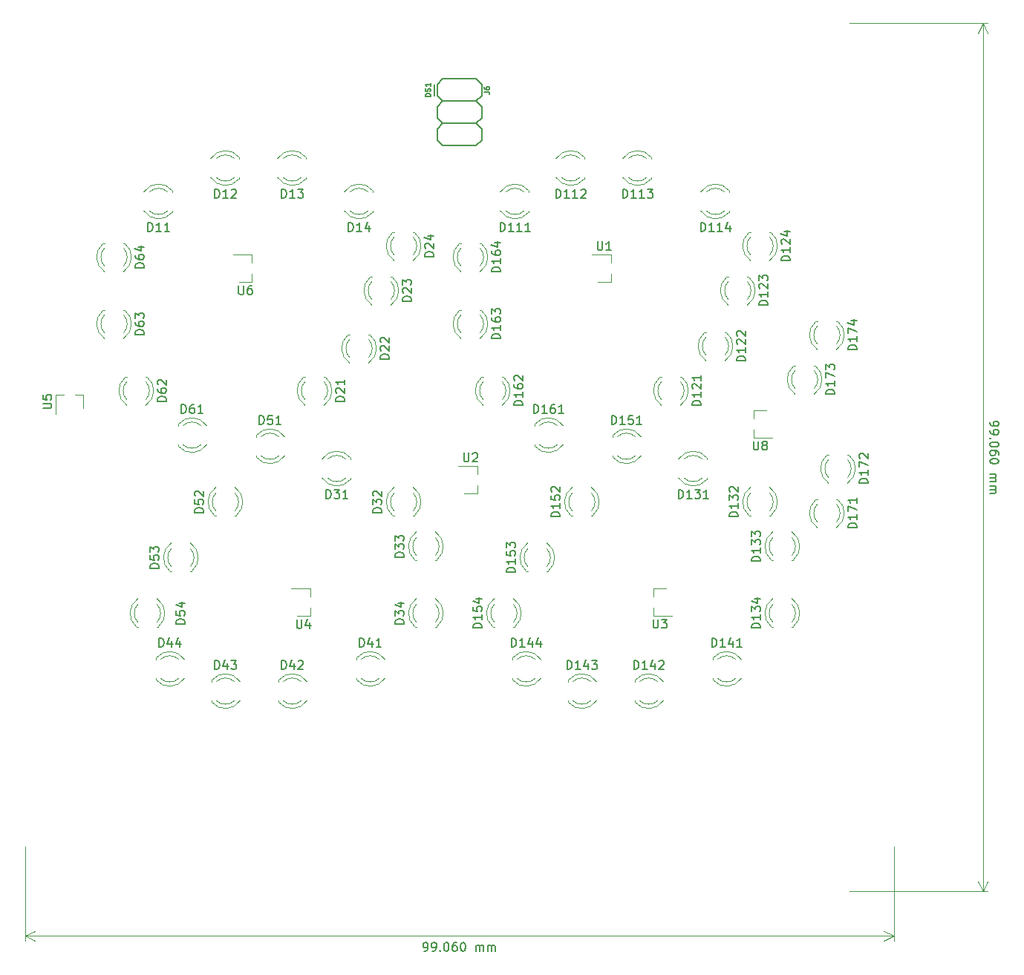
<source format=gto>
G04 #@! TF.GenerationSoftware,KiCad,Pcbnew,5.1.5-5.1.5*
G04 #@! TF.CreationDate,2020-07-10T19:34:37+10:00*
G04 #@! TF.ProjectId,6segment,36736567-6d65-46e7-942e-6b696361645f,rev?*
G04 #@! TF.SameCoordinates,Original*
G04 #@! TF.FileFunction,Legend,Top*
G04 #@! TF.FilePolarity,Positive*
%FSLAX46Y46*%
G04 Gerber Fmt 4.6, Leading zero omitted, Abs format (unit mm)*
G04 Created by KiCad (PCBNEW 5.1.5-5.1.5) date 2020-07-10 19:34:37*
%MOMM*%
%LPD*%
G04 APERTURE LIST*
%ADD10C,0.150000*%
%ADD11C,0.120000*%
%ADD12C,0.203200*%
%ADD13C,0.127000*%
G04 APERTURE END LIST*
D10*
X183697619Y-98822380D02*
X183697619Y-99012857D01*
X183745238Y-99108095D01*
X183792857Y-99155714D01*
X183935714Y-99250952D01*
X184126190Y-99298571D01*
X184507142Y-99298571D01*
X184602380Y-99250952D01*
X184650000Y-99203333D01*
X184697619Y-99108095D01*
X184697619Y-98917619D01*
X184650000Y-98822380D01*
X184602380Y-98774761D01*
X184507142Y-98727142D01*
X184269047Y-98727142D01*
X184173809Y-98774761D01*
X184126190Y-98822380D01*
X184078571Y-98917619D01*
X184078571Y-99108095D01*
X184126190Y-99203333D01*
X184173809Y-99250952D01*
X184269047Y-99298571D01*
X183697619Y-99774761D02*
X183697619Y-99965238D01*
X183745238Y-100060476D01*
X183792857Y-100108095D01*
X183935714Y-100203333D01*
X184126190Y-100250952D01*
X184507142Y-100250952D01*
X184602380Y-100203333D01*
X184650000Y-100155714D01*
X184697619Y-100060476D01*
X184697619Y-99870000D01*
X184650000Y-99774761D01*
X184602380Y-99727142D01*
X184507142Y-99679523D01*
X184269047Y-99679523D01*
X184173809Y-99727142D01*
X184126190Y-99774761D01*
X184078571Y-99870000D01*
X184078571Y-100060476D01*
X184126190Y-100155714D01*
X184173809Y-100203333D01*
X184269047Y-100250952D01*
X183792857Y-100679523D02*
X183745238Y-100727142D01*
X183697619Y-100679523D01*
X183745238Y-100631904D01*
X183792857Y-100679523D01*
X183697619Y-100679523D01*
X184697619Y-101346190D02*
X184697619Y-101441428D01*
X184650000Y-101536666D01*
X184602380Y-101584285D01*
X184507142Y-101631904D01*
X184316666Y-101679523D01*
X184078571Y-101679523D01*
X183888095Y-101631904D01*
X183792857Y-101584285D01*
X183745238Y-101536666D01*
X183697619Y-101441428D01*
X183697619Y-101346190D01*
X183745238Y-101250952D01*
X183792857Y-101203333D01*
X183888095Y-101155714D01*
X184078571Y-101108095D01*
X184316666Y-101108095D01*
X184507142Y-101155714D01*
X184602380Y-101203333D01*
X184650000Y-101250952D01*
X184697619Y-101346190D01*
X184697619Y-102536666D02*
X184697619Y-102346190D01*
X184650000Y-102250952D01*
X184602380Y-102203333D01*
X184459523Y-102108095D01*
X184269047Y-102060476D01*
X183888095Y-102060476D01*
X183792857Y-102108095D01*
X183745238Y-102155714D01*
X183697619Y-102250952D01*
X183697619Y-102441428D01*
X183745238Y-102536666D01*
X183792857Y-102584285D01*
X183888095Y-102631904D01*
X184126190Y-102631904D01*
X184221428Y-102584285D01*
X184269047Y-102536666D01*
X184316666Y-102441428D01*
X184316666Y-102250952D01*
X184269047Y-102155714D01*
X184221428Y-102108095D01*
X184126190Y-102060476D01*
X184697619Y-103250952D02*
X184697619Y-103346190D01*
X184650000Y-103441428D01*
X184602380Y-103489047D01*
X184507142Y-103536666D01*
X184316666Y-103584285D01*
X184078571Y-103584285D01*
X183888095Y-103536666D01*
X183792857Y-103489047D01*
X183745238Y-103441428D01*
X183697619Y-103346190D01*
X183697619Y-103250952D01*
X183745238Y-103155714D01*
X183792857Y-103108095D01*
X183888095Y-103060476D01*
X184078571Y-103012857D01*
X184316666Y-103012857D01*
X184507142Y-103060476D01*
X184602380Y-103108095D01*
X184650000Y-103155714D01*
X184697619Y-103250952D01*
X183697619Y-104774761D02*
X184364285Y-104774761D01*
X184269047Y-104774761D02*
X184316666Y-104822380D01*
X184364285Y-104917619D01*
X184364285Y-105060476D01*
X184316666Y-105155714D01*
X184221428Y-105203333D01*
X183697619Y-105203333D01*
X184221428Y-105203333D02*
X184316666Y-105250952D01*
X184364285Y-105346190D01*
X184364285Y-105489047D01*
X184316666Y-105584285D01*
X184221428Y-105631904D01*
X183697619Y-105631904D01*
X183697619Y-106108095D02*
X184364285Y-106108095D01*
X184269047Y-106108095D02*
X184316666Y-106155714D01*
X184364285Y-106250952D01*
X184364285Y-106393809D01*
X184316666Y-106489047D01*
X184221428Y-106536666D01*
X183697619Y-106536666D01*
X184221428Y-106536666D02*
X184316666Y-106584285D01*
X184364285Y-106679523D01*
X184364285Y-106822380D01*
X184316666Y-106917619D01*
X184221428Y-106965238D01*
X183697619Y-106965238D01*
D11*
X182880000Y-53340000D02*
X182880000Y-152400000D01*
X167640000Y-53340000D02*
X183466421Y-53340000D01*
X167640000Y-152400000D02*
X183466421Y-152400000D01*
X182880000Y-152400000D02*
X182293579Y-151273496D01*
X182880000Y-152400000D02*
X183466421Y-151273496D01*
X182880000Y-53340000D02*
X182293579Y-54466504D01*
X182880000Y-53340000D02*
X183466421Y-54466504D01*
D10*
X119142380Y-159202380D02*
X119332857Y-159202380D01*
X119428095Y-159154761D01*
X119475714Y-159107142D01*
X119570952Y-158964285D01*
X119618571Y-158773809D01*
X119618571Y-158392857D01*
X119570952Y-158297619D01*
X119523333Y-158250000D01*
X119428095Y-158202380D01*
X119237619Y-158202380D01*
X119142380Y-158250000D01*
X119094761Y-158297619D01*
X119047142Y-158392857D01*
X119047142Y-158630952D01*
X119094761Y-158726190D01*
X119142380Y-158773809D01*
X119237619Y-158821428D01*
X119428095Y-158821428D01*
X119523333Y-158773809D01*
X119570952Y-158726190D01*
X119618571Y-158630952D01*
X120094761Y-159202380D02*
X120285238Y-159202380D01*
X120380476Y-159154761D01*
X120428095Y-159107142D01*
X120523333Y-158964285D01*
X120570952Y-158773809D01*
X120570952Y-158392857D01*
X120523333Y-158297619D01*
X120475714Y-158250000D01*
X120380476Y-158202380D01*
X120190000Y-158202380D01*
X120094761Y-158250000D01*
X120047142Y-158297619D01*
X119999523Y-158392857D01*
X119999523Y-158630952D01*
X120047142Y-158726190D01*
X120094761Y-158773809D01*
X120190000Y-158821428D01*
X120380476Y-158821428D01*
X120475714Y-158773809D01*
X120523333Y-158726190D01*
X120570952Y-158630952D01*
X120999523Y-159107142D02*
X121047142Y-159154761D01*
X120999523Y-159202380D01*
X120951904Y-159154761D01*
X120999523Y-159107142D01*
X120999523Y-159202380D01*
X121666190Y-158202380D02*
X121761428Y-158202380D01*
X121856666Y-158250000D01*
X121904285Y-158297619D01*
X121951904Y-158392857D01*
X121999523Y-158583333D01*
X121999523Y-158821428D01*
X121951904Y-159011904D01*
X121904285Y-159107142D01*
X121856666Y-159154761D01*
X121761428Y-159202380D01*
X121666190Y-159202380D01*
X121570952Y-159154761D01*
X121523333Y-159107142D01*
X121475714Y-159011904D01*
X121428095Y-158821428D01*
X121428095Y-158583333D01*
X121475714Y-158392857D01*
X121523333Y-158297619D01*
X121570952Y-158250000D01*
X121666190Y-158202380D01*
X122856666Y-158202380D02*
X122666190Y-158202380D01*
X122570952Y-158250000D01*
X122523333Y-158297619D01*
X122428095Y-158440476D01*
X122380476Y-158630952D01*
X122380476Y-159011904D01*
X122428095Y-159107142D01*
X122475714Y-159154761D01*
X122570952Y-159202380D01*
X122761428Y-159202380D01*
X122856666Y-159154761D01*
X122904285Y-159107142D01*
X122951904Y-159011904D01*
X122951904Y-158773809D01*
X122904285Y-158678571D01*
X122856666Y-158630952D01*
X122761428Y-158583333D01*
X122570952Y-158583333D01*
X122475714Y-158630952D01*
X122428095Y-158678571D01*
X122380476Y-158773809D01*
X123570952Y-158202380D02*
X123666190Y-158202380D01*
X123761428Y-158250000D01*
X123809047Y-158297619D01*
X123856666Y-158392857D01*
X123904285Y-158583333D01*
X123904285Y-158821428D01*
X123856666Y-159011904D01*
X123809047Y-159107142D01*
X123761428Y-159154761D01*
X123666190Y-159202380D01*
X123570952Y-159202380D01*
X123475714Y-159154761D01*
X123428095Y-159107142D01*
X123380476Y-159011904D01*
X123332857Y-158821428D01*
X123332857Y-158583333D01*
X123380476Y-158392857D01*
X123428095Y-158297619D01*
X123475714Y-158250000D01*
X123570952Y-158202380D01*
X125094761Y-159202380D02*
X125094761Y-158535714D01*
X125094761Y-158630952D02*
X125142380Y-158583333D01*
X125237619Y-158535714D01*
X125380476Y-158535714D01*
X125475714Y-158583333D01*
X125523333Y-158678571D01*
X125523333Y-159202380D01*
X125523333Y-158678571D02*
X125570952Y-158583333D01*
X125666190Y-158535714D01*
X125809047Y-158535714D01*
X125904285Y-158583333D01*
X125951904Y-158678571D01*
X125951904Y-159202380D01*
X126428095Y-159202380D02*
X126428095Y-158535714D01*
X126428095Y-158630952D02*
X126475714Y-158583333D01*
X126570952Y-158535714D01*
X126713809Y-158535714D01*
X126809047Y-158583333D01*
X126856666Y-158678571D01*
X126856666Y-159202380D01*
X126856666Y-158678571D02*
X126904285Y-158583333D01*
X126999523Y-158535714D01*
X127142380Y-158535714D01*
X127237619Y-158583333D01*
X127285238Y-158678571D01*
X127285238Y-159202380D01*
D11*
X73660000Y-157480000D02*
X172720000Y-157480000D01*
X73660000Y-147320000D02*
X73660000Y-158066421D01*
X172720000Y-147320000D02*
X172720000Y-158066421D01*
X172720000Y-157480000D02*
X171593496Y-158066421D01*
X172720000Y-157480000D02*
X171593496Y-156893579D01*
X73660000Y-157480000D02*
X74786504Y-158066421D01*
X73660000Y-157480000D02*
X74786504Y-156893579D01*
X164020000Y-87340000D02*
X163864000Y-87340000D01*
X166336000Y-87340000D02*
X166180000Y-87340000D01*
X164020163Y-89941130D02*
G75*
G02X164020000Y-87859039I1079837J1041130D01*
G01*
X166179837Y-89941130D02*
G75*
G03X166180000Y-87859039I-1079837J1041130D01*
G01*
X164021392Y-90572335D02*
G75*
G02X163864484Y-87340000I1078608J1672335D01*
G01*
X166178608Y-90572335D02*
G75*
G03X166335516Y-87340000I-1078608J1672335D01*
G01*
X161480000Y-92420000D02*
X161324000Y-92420000D01*
X163796000Y-92420000D02*
X163640000Y-92420000D01*
X161480163Y-95021130D02*
G75*
G02X161480000Y-92939039I1079837J1041130D01*
G01*
X163639837Y-95021130D02*
G75*
G03X163640000Y-92939039I-1079837J1041130D01*
G01*
X161481392Y-95652335D02*
G75*
G02X161324484Y-92420000I1078608J1672335D01*
G01*
X163638608Y-95652335D02*
G75*
G03X163795516Y-92420000I-1078608J1672335D01*
G01*
X165290000Y-102580000D02*
X165134000Y-102580000D01*
X167606000Y-102580000D02*
X167450000Y-102580000D01*
X165290163Y-105181130D02*
G75*
G02X165290000Y-103099039I1079837J1041130D01*
G01*
X167449837Y-105181130D02*
G75*
G03X167450000Y-103099039I-1079837J1041130D01*
G01*
X165291392Y-105812335D02*
G75*
G02X165134484Y-102580000I1078608J1672335D01*
G01*
X167448608Y-105812335D02*
G75*
G03X167605516Y-102580000I-1078608J1672335D01*
G01*
X164020000Y-107660000D02*
X163864000Y-107660000D01*
X166336000Y-107660000D02*
X166180000Y-107660000D01*
X164020163Y-110261130D02*
G75*
G02X164020000Y-108179039I1079837J1041130D01*
G01*
X166179837Y-110261130D02*
G75*
G03X166180000Y-108179039I-1079837J1041130D01*
G01*
X164021392Y-110892335D02*
G75*
G02X163864484Y-107660000I1078608J1672335D01*
G01*
X166178608Y-110892335D02*
G75*
G03X166335516Y-107660000I-1078608J1672335D01*
G01*
X123380000Y-78450000D02*
X123224000Y-78450000D01*
X125696000Y-78450000D02*
X125540000Y-78450000D01*
X123380163Y-81051130D02*
G75*
G02X123380000Y-78969039I1079837J1041130D01*
G01*
X125539837Y-81051130D02*
G75*
G03X125540000Y-78969039I-1079837J1041130D01*
G01*
X123381392Y-81682335D02*
G75*
G02X123224484Y-78450000I1078608J1672335D01*
G01*
X125538608Y-81682335D02*
G75*
G03X125695516Y-78450000I-1078608J1672335D01*
G01*
X123380000Y-86070000D02*
X123224000Y-86070000D01*
X125696000Y-86070000D02*
X125540000Y-86070000D01*
X123380163Y-88671130D02*
G75*
G02X123380000Y-86589039I1079837J1041130D01*
G01*
X125539837Y-88671130D02*
G75*
G03X125540000Y-86589039I-1079837J1041130D01*
G01*
X123381392Y-89302335D02*
G75*
G02X123224484Y-86070000I1078608J1672335D01*
G01*
X125538608Y-89302335D02*
G75*
G03X125695516Y-86070000I-1078608J1672335D01*
G01*
X125920000Y-93690000D02*
X125764000Y-93690000D01*
X128236000Y-93690000D02*
X128080000Y-93690000D01*
X125920163Y-96291130D02*
G75*
G02X125920000Y-94209039I1079837J1041130D01*
G01*
X128079837Y-96291130D02*
G75*
G03X128080000Y-94209039I-1079837J1041130D01*
G01*
X125921392Y-96922335D02*
G75*
G02X125764484Y-93690000I1078608J1672335D01*
G01*
X128078608Y-96922335D02*
G75*
G03X128235516Y-93690000I-1078608J1672335D01*
G01*
X131790000Y-101410000D02*
X131790000Y-101566000D01*
X131790000Y-99094000D02*
X131790000Y-99250000D01*
X134391130Y-101409837D02*
G75*
G02X132309039Y-101410000I-1041130J1079837D01*
G01*
X134391130Y-99250163D02*
G75*
G03X132309039Y-99250000I-1041130J-1079837D01*
G01*
X135022335Y-101408608D02*
G75*
G02X131790000Y-101565516I-1672335J1078608D01*
G01*
X135022335Y-99251392D02*
G75*
G03X131790000Y-99094484I-1672335J-1078608D01*
G01*
X129350000Y-122210000D02*
X129506000Y-122210000D01*
X127034000Y-122210000D02*
X127190000Y-122210000D01*
X129349837Y-119608870D02*
G75*
G02X129350000Y-121690961I-1079837J-1041130D01*
G01*
X127190163Y-119608870D02*
G75*
G03X127190000Y-121690961I1079837J-1041130D01*
G01*
X129348608Y-118977665D02*
G75*
G02X129505516Y-122210000I-1078608J-1672335D01*
G01*
X127191392Y-118977665D02*
G75*
G03X127034484Y-122210000I1078608J-1672335D01*
G01*
X133160000Y-115860000D02*
X133316000Y-115860000D01*
X130844000Y-115860000D02*
X131000000Y-115860000D01*
X133159837Y-113258870D02*
G75*
G02X133160000Y-115340961I-1079837J-1041130D01*
G01*
X131000163Y-113258870D02*
G75*
G03X131000000Y-115340961I1079837J-1041130D01*
G01*
X133158608Y-112627665D02*
G75*
G02X133315516Y-115860000I-1078608J-1672335D01*
G01*
X131001392Y-112627665D02*
G75*
G03X130844484Y-115860000I1078608J-1672335D01*
G01*
X138240000Y-109510000D02*
X138396000Y-109510000D01*
X135924000Y-109510000D02*
X136080000Y-109510000D01*
X138239837Y-106908870D02*
G75*
G02X138240000Y-108990961I-1079837J-1041130D01*
G01*
X136080163Y-106908870D02*
G75*
G03X136080000Y-108990961I1079837J-1041130D01*
G01*
X138238608Y-106277665D02*
G75*
G02X138395516Y-109510000I-1078608J-1672335D01*
G01*
X136081392Y-106277665D02*
G75*
G03X135924484Y-109510000I1078608J-1672335D01*
G01*
X140680000Y-102680000D02*
X140680000Y-102836000D01*
X140680000Y-100364000D02*
X140680000Y-100520000D01*
X143281130Y-102679837D02*
G75*
G02X141199039Y-102680000I-1041130J1079837D01*
G01*
X143281130Y-100520163D02*
G75*
G03X141199039Y-100520000I-1041130J-1079837D01*
G01*
X143912335Y-102678608D02*
G75*
G02X140680000Y-102835516I-1672335J1078608D01*
G01*
X143912335Y-100521392D02*
G75*
G03X140680000Y-100364484I-1672335J-1078608D01*
G01*
X129250000Y-128080000D02*
X129250000Y-128236000D01*
X129250000Y-125764000D02*
X129250000Y-125920000D01*
X131851130Y-128079837D02*
G75*
G02X129769039Y-128080000I-1041130J1079837D01*
G01*
X131851130Y-125920163D02*
G75*
G03X129769039Y-125920000I-1041130J-1079837D01*
G01*
X132482335Y-128078608D02*
G75*
G02X129250000Y-128235516I-1672335J1078608D01*
G01*
X132482335Y-125921392D02*
G75*
G03X129250000Y-125764484I-1672335J-1078608D01*
G01*
X135600000Y-130620000D02*
X135600000Y-130776000D01*
X135600000Y-128304000D02*
X135600000Y-128460000D01*
X138201130Y-130619837D02*
G75*
G02X136119039Y-130620000I-1041130J1079837D01*
G01*
X138201130Y-128460163D02*
G75*
G03X136119039Y-128460000I-1041130J-1079837D01*
G01*
X138832335Y-130618608D02*
G75*
G02X135600000Y-130775516I-1672335J1078608D01*
G01*
X138832335Y-128461392D02*
G75*
G03X135600000Y-128304484I-1672335J-1078608D01*
G01*
X143220000Y-130620000D02*
X143220000Y-130776000D01*
X143220000Y-128304000D02*
X143220000Y-128460000D01*
X145821130Y-130619837D02*
G75*
G02X143739039Y-130620000I-1041130J1079837D01*
G01*
X145821130Y-128460163D02*
G75*
G03X143739039Y-128460000I-1041130J-1079837D01*
G01*
X146452335Y-130618608D02*
G75*
G02X143220000Y-130775516I-1672335J1078608D01*
G01*
X146452335Y-128461392D02*
G75*
G03X143220000Y-128304484I-1672335J-1078608D01*
G01*
X152110000Y-128080000D02*
X152110000Y-128236000D01*
X152110000Y-125764000D02*
X152110000Y-125920000D01*
X154711130Y-128079837D02*
G75*
G02X152629039Y-128080000I-1041130J1079837D01*
G01*
X154711130Y-125920163D02*
G75*
G03X152629039Y-125920000I-1041130J-1079837D01*
G01*
X155342335Y-128078608D02*
G75*
G02X152110000Y-128235516I-1672335J1078608D01*
G01*
X155342335Y-125921392D02*
G75*
G03X152110000Y-125764484I-1672335J-1078608D01*
G01*
X161100000Y-122210000D02*
X161256000Y-122210000D01*
X158784000Y-122210000D02*
X158940000Y-122210000D01*
X161099837Y-119608870D02*
G75*
G02X161100000Y-121690961I-1079837J-1041130D01*
G01*
X158940163Y-119608870D02*
G75*
G03X158940000Y-121690961I1079837J-1041130D01*
G01*
X161098608Y-118977665D02*
G75*
G02X161255516Y-122210000I-1078608J-1672335D01*
G01*
X158941392Y-118977665D02*
G75*
G03X158784484Y-122210000I1078608J-1672335D01*
G01*
D12*
X120317260Y-60325000D02*
X120317260Y-61595000D01*
X120317260Y-61595000D02*
X120317260Y-60325000D01*
X120650000Y-60325000D02*
X120650000Y-61595000D01*
X120650000Y-62865000D02*
X120650000Y-64135000D01*
X120650000Y-65405000D02*
X120650000Y-66675000D01*
X125095000Y-67310000D02*
X121285000Y-67310000D01*
X125095000Y-64770000D02*
X121285000Y-64770000D01*
X125095000Y-62230000D02*
X121285000Y-62230000D01*
X125730000Y-66675000D02*
X125095000Y-67310000D01*
X125730000Y-65405000D02*
X125730000Y-66675000D01*
X125095000Y-64770000D02*
X125730000Y-65405000D01*
X125730000Y-64135000D02*
X125095000Y-64770000D01*
X125730000Y-62865000D02*
X125730000Y-64135000D01*
X125095000Y-62230000D02*
X125730000Y-62865000D01*
X125730000Y-61595000D02*
X125095000Y-62230000D01*
X125730000Y-60325000D02*
X125730000Y-61595000D01*
X125095000Y-59690000D02*
X125730000Y-60325000D01*
X121285000Y-59690000D02*
X125095000Y-59690000D01*
X120650000Y-66675000D02*
X121285000Y-67310000D01*
X121285000Y-64770000D02*
X120650000Y-65405000D01*
X120650000Y-64135000D02*
X121285000Y-64770000D01*
X121285000Y-62230000D02*
X120650000Y-62865000D01*
X120650000Y-61595000D02*
X121285000Y-62230000D01*
X121285000Y-59690000D02*
X120650000Y-60325000D01*
D11*
X156720000Y-97480000D02*
X158180000Y-97480000D01*
X156720000Y-100640000D02*
X158880000Y-100640000D01*
X156720000Y-100640000D02*
X156720000Y-99710000D01*
X156720000Y-97480000D02*
X156720000Y-98410000D01*
X99550000Y-82860000D02*
X98090000Y-82860000D01*
X99550000Y-79700000D02*
X97390000Y-79700000D01*
X99550000Y-79700000D02*
X99550000Y-80630000D01*
X99550000Y-82860000D02*
X99550000Y-81930000D01*
X80320000Y-95760000D02*
X80320000Y-97220000D01*
X77160000Y-95760000D02*
X77160000Y-97920000D01*
X77160000Y-95760000D02*
X78090000Y-95760000D01*
X80320000Y-95760000D02*
X79390000Y-95760000D01*
X106170000Y-120960000D02*
X104710000Y-120960000D01*
X106170000Y-117800000D02*
X104010000Y-117800000D01*
X106170000Y-117800000D02*
X106170000Y-118730000D01*
X106170000Y-120960000D02*
X106170000Y-120030000D01*
X145290000Y-117800000D02*
X146750000Y-117800000D01*
X145290000Y-120960000D02*
X147450000Y-120960000D01*
X145290000Y-120960000D02*
X145290000Y-120030000D01*
X145290000Y-117800000D02*
X145290000Y-118730000D01*
X125220000Y-106990000D02*
X123760000Y-106990000D01*
X125220000Y-103830000D02*
X123060000Y-103830000D01*
X125220000Y-103830000D02*
X125220000Y-104760000D01*
X125220000Y-106990000D02*
X125220000Y-106060000D01*
X140460000Y-82860000D02*
X139000000Y-82860000D01*
X140460000Y-79700000D02*
X138300000Y-79700000D01*
X140460000Y-79700000D02*
X140460000Y-80630000D01*
X140460000Y-82860000D02*
X140460000Y-81930000D01*
X161100000Y-114590000D02*
X161256000Y-114590000D01*
X158784000Y-114590000D02*
X158940000Y-114590000D01*
X161099837Y-111988870D02*
G75*
G02X161100000Y-114070961I-1079837J-1041130D01*
G01*
X158940163Y-111988870D02*
G75*
G03X158940000Y-114070961I1079837J-1041130D01*
G01*
X161098608Y-111357665D02*
G75*
G02X161255516Y-114590000I-1078608J-1672335D01*
G01*
X158941392Y-111357665D02*
G75*
G03X158784484Y-114590000I1078608J-1672335D01*
G01*
X158560000Y-109510000D02*
X158716000Y-109510000D01*
X156244000Y-109510000D02*
X156400000Y-109510000D01*
X158559837Y-106908870D02*
G75*
G02X158560000Y-108990961I-1079837J-1041130D01*
G01*
X156400163Y-106908870D02*
G75*
G03X156400000Y-108990961I1079837J-1041130D01*
G01*
X158558608Y-106277665D02*
G75*
G02X158715516Y-109510000I-1078608J-1672335D01*
G01*
X156401392Y-106277665D02*
G75*
G03X156244484Y-109510000I1078608J-1672335D01*
G01*
X151420000Y-103060000D02*
X151420000Y-102904000D01*
X151420000Y-105376000D02*
X151420000Y-105220000D01*
X148818870Y-103060163D02*
G75*
G02X150900961Y-103060000I1041130J-1079837D01*
G01*
X148818870Y-105219837D02*
G75*
G03X150900961Y-105220000I1041130J1079837D01*
G01*
X148187665Y-103061392D02*
G75*
G02X151420000Y-102904484I1672335J-1078608D01*
G01*
X148187665Y-105218608D02*
G75*
G03X151420000Y-105375516I1672335J1078608D01*
G01*
X156400000Y-77180000D02*
X156244000Y-77180000D01*
X158716000Y-77180000D02*
X158560000Y-77180000D01*
X156400163Y-79781130D02*
G75*
G02X156400000Y-77699039I1079837J1041130D01*
G01*
X158559837Y-79781130D02*
G75*
G03X158560000Y-77699039I-1079837J1041130D01*
G01*
X156401392Y-80412335D02*
G75*
G02X156244484Y-77180000I1078608J1672335D01*
G01*
X158558608Y-80412335D02*
G75*
G03X158715516Y-77180000I-1078608J1672335D01*
G01*
X153860000Y-82260000D02*
X153704000Y-82260000D01*
X156176000Y-82260000D02*
X156020000Y-82260000D01*
X153860163Y-84861130D02*
G75*
G02X153860000Y-82779039I1079837J1041130D01*
G01*
X156019837Y-84861130D02*
G75*
G03X156020000Y-82779039I-1079837J1041130D01*
G01*
X153861392Y-85492335D02*
G75*
G02X153704484Y-82260000I1078608J1672335D01*
G01*
X156018608Y-85492335D02*
G75*
G03X156175516Y-82260000I-1078608J1672335D01*
G01*
X151320000Y-88610000D02*
X151164000Y-88610000D01*
X153636000Y-88610000D02*
X153480000Y-88610000D01*
X151320163Y-91211130D02*
G75*
G02X151320000Y-89129039I1079837J1041130D01*
G01*
X153479837Y-91211130D02*
G75*
G03X153480000Y-89129039I-1079837J1041130D01*
G01*
X151321392Y-91842335D02*
G75*
G02X151164484Y-88610000I1078608J1672335D01*
G01*
X153478608Y-91842335D02*
G75*
G03X153635516Y-88610000I-1078608J1672335D01*
G01*
X146240000Y-93690000D02*
X146084000Y-93690000D01*
X148556000Y-93690000D02*
X148400000Y-93690000D01*
X146240163Y-96291130D02*
G75*
G02X146240000Y-94209039I1079837J1041130D01*
G01*
X148399837Y-96291130D02*
G75*
G03X148400000Y-94209039I-1079837J1041130D01*
G01*
X146241392Y-96922335D02*
G75*
G02X146084484Y-93690000I1078608J1672335D01*
G01*
X148398608Y-96922335D02*
G75*
G03X148555516Y-93690000I-1078608J1672335D01*
G01*
X153960000Y-72580000D02*
X153960000Y-72424000D01*
X153960000Y-74896000D02*
X153960000Y-74740000D01*
X151358870Y-72580163D02*
G75*
G02X153440961Y-72580000I1041130J-1079837D01*
G01*
X151358870Y-74739837D02*
G75*
G03X153440961Y-74740000I1041130J1079837D01*
G01*
X150727665Y-72581392D02*
G75*
G02X153960000Y-72424484I1672335J-1078608D01*
G01*
X150727665Y-74738608D02*
G75*
G03X153960000Y-74895516I1672335J1078608D01*
G01*
X145070000Y-68770000D02*
X145070000Y-68614000D01*
X145070000Y-71086000D02*
X145070000Y-70930000D01*
X142468870Y-68770163D02*
G75*
G02X144550961Y-68770000I1041130J-1079837D01*
G01*
X142468870Y-70929837D02*
G75*
G03X144550961Y-70930000I1041130J1079837D01*
G01*
X141837665Y-68771392D02*
G75*
G02X145070000Y-68614484I1672335J-1078608D01*
G01*
X141837665Y-70928608D02*
G75*
G03X145070000Y-71085516I1672335J1078608D01*
G01*
X137450000Y-68770000D02*
X137450000Y-68614000D01*
X137450000Y-71086000D02*
X137450000Y-70930000D01*
X134848870Y-68770163D02*
G75*
G02X136930961Y-68770000I1041130J-1079837D01*
G01*
X134848870Y-70929837D02*
G75*
G03X136930961Y-70930000I1041130J1079837D01*
G01*
X134217665Y-68771392D02*
G75*
G02X137450000Y-68614484I1672335J-1078608D01*
G01*
X134217665Y-70928608D02*
G75*
G03X137450000Y-71085516I1672335J1078608D01*
G01*
X131100000Y-72580000D02*
X131100000Y-72424000D01*
X131100000Y-74896000D02*
X131100000Y-74740000D01*
X128498870Y-72580163D02*
G75*
G02X130580961Y-72580000I1041130J-1079837D01*
G01*
X128498870Y-74739837D02*
G75*
G03X130580961Y-74740000I1041130J1079837D01*
G01*
X127867665Y-72581392D02*
G75*
G02X131100000Y-72424484I1672335J-1078608D01*
G01*
X127867665Y-74738608D02*
G75*
G03X131100000Y-74895516I1672335J1078608D01*
G01*
X82740000Y-78450000D02*
X82584000Y-78450000D01*
X85056000Y-78450000D02*
X84900000Y-78450000D01*
X82740163Y-81051130D02*
G75*
G02X82740000Y-78969039I1079837J1041130D01*
G01*
X84899837Y-81051130D02*
G75*
G03X84900000Y-78969039I-1079837J1041130D01*
G01*
X82741392Y-81682335D02*
G75*
G02X82584484Y-78450000I1078608J1672335D01*
G01*
X84898608Y-81682335D02*
G75*
G03X85055516Y-78450000I-1078608J1672335D01*
G01*
X82740000Y-86070000D02*
X82584000Y-86070000D01*
X85056000Y-86070000D02*
X84900000Y-86070000D01*
X82740163Y-88671130D02*
G75*
G02X82740000Y-86589039I1079837J1041130D01*
G01*
X84899837Y-88671130D02*
G75*
G03X84900000Y-86589039I-1079837J1041130D01*
G01*
X82741392Y-89302335D02*
G75*
G02X82584484Y-86070000I1078608J1672335D01*
G01*
X84898608Y-89302335D02*
G75*
G03X85055516Y-86070000I-1078608J1672335D01*
G01*
X85280000Y-93690000D02*
X85124000Y-93690000D01*
X87596000Y-93690000D02*
X87440000Y-93690000D01*
X85280163Y-96291130D02*
G75*
G02X85280000Y-94209039I1079837J1041130D01*
G01*
X87439837Y-96291130D02*
G75*
G03X87440000Y-94209039I-1079837J1041130D01*
G01*
X85281392Y-96922335D02*
G75*
G02X85124484Y-93690000I1078608J1672335D01*
G01*
X87438608Y-96922335D02*
G75*
G03X87595516Y-93690000I-1078608J1672335D01*
G01*
X91150000Y-101410000D02*
X91150000Y-101566000D01*
X91150000Y-99094000D02*
X91150000Y-99250000D01*
X93751130Y-101409837D02*
G75*
G02X91669039Y-101410000I-1041130J1079837D01*
G01*
X93751130Y-99250163D02*
G75*
G03X91669039Y-99250000I-1041130J-1079837D01*
G01*
X94382335Y-101408608D02*
G75*
G02X91150000Y-101565516I-1672335J1078608D01*
G01*
X94382335Y-99251392D02*
G75*
G03X91150000Y-99094484I-1672335J-1078608D01*
G01*
X88710000Y-122210000D02*
X88866000Y-122210000D01*
X86394000Y-122210000D02*
X86550000Y-122210000D01*
X88709837Y-119608870D02*
G75*
G02X88710000Y-121690961I-1079837J-1041130D01*
G01*
X86550163Y-119608870D02*
G75*
G03X86550000Y-121690961I1079837J-1041130D01*
G01*
X88708608Y-118977665D02*
G75*
G02X88865516Y-122210000I-1078608J-1672335D01*
G01*
X86551392Y-118977665D02*
G75*
G03X86394484Y-122210000I1078608J-1672335D01*
G01*
X92520000Y-115860000D02*
X92676000Y-115860000D01*
X90204000Y-115860000D02*
X90360000Y-115860000D01*
X92519837Y-113258870D02*
G75*
G02X92520000Y-115340961I-1079837J-1041130D01*
G01*
X90360163Y-113258870D02*
G75*
G03X90360000Y-115340961I1079837J-1041130D01*
G01*
X92518608Y-112627665D02*
G75*
G02X92675516Y-115860000I-1078608J-1672335D01*
G01*
X90361392Y-112627665D02*
G75*
G03X90204484Y-115860000I1078608J-1672335D01*
G01*
X97600000Y-109510000D02*
X97756000Y-109510000D01*
X95284000Y-109510000D02*
X95440000Y-109510000D01*
X97599837Y-106908870D02*
G75*
G02X97600000Y-108990961I-1079837J-1041130D01*
G01*
X95440163Y-106908870D02*
G75*
G03X95440000Y-108990961I1079837J-1041130D01*
G01*
X97598608Y-106277665D02*
G75*
G02X97755516Y-109510000I-1078608J-1672335D01*
G01*
X95441392Y-106277665D02*
G75*
G03X95284484Y-109510000I1078608J-1672335D01*
G01*
X100040000Y-102680000D02*
X100040000Y-102836000D01*
X100040000Y-100364000D02*
X100040000Y-100520000D01*
X102641130Y-102679837D02*
G75*
G02X100559039Y-102680000I-1041130J1079837D01*
G01*
X102641130Y-100520163D02*
G75*
G03X100559039Y-100520000I-1041130J-1079837D01*
G01*
X103272335Y-102678608D02*
G75*
G02X100040000Y-102835516I-1672335J1078608D01*
G01*
X103272335Y-100521392D02*
G75*
G03X100040000Y-100364484I-1672335J-1078608D01*
G01*
X88610000Y-128080000D02*
X88610000Y-128236000D01*
X88610000Y-125764000D02*
X88610000Y-125920000D01*
X91211130Y-128079837D02*
G75*
G02X89129039Y-128080000I-1041130J1079837D01*
G01*
X91211130Y-125920163D02*
G75*
G03X89129039Y-125920000I-1041130J-1079837D01*
G01*
X91842335Y-128078608D02*
G75*
G02X88610000Y-128235516I-1672335J1078608D01*
G01*
X91842335Y-125921392D02*
G75*
G03X88610000Y-125764484I-1672335J-1078608D01*
G01*
X94960000Y-130620000D02*
X94960000Y-130776000D01*
X94960000Y-128304000D02*
X94960000Y-128460000D01*
X97561130Y-130619837D02*
G75*
G02X95479039Y-130620000I-1041130J1079837D01*
G01*
X97561130Y-128460163D02*
G75*
G03X95479039Y-128460000I-1041130J-1079837D01*
G01*
X98192335Y-130618608D02*
G75*
G02X94960000Y-130775516I-1672335J1078608D01*
G01*
X98192335Y-128461392D02*
G75*
G03X94960000Y-128304484I-1672335J-1078608D01*
G01*
X102580000Y-130620000D02*
X102580000Y-130776000D01*
X102580000Y-128304000D02*
X102580000Y-128460000D01*
X105181130Y-130619837D02*
G75*
G02X103099039Y-130620000I-1041130J1079837D01*
G01*
X105181130Y-128460163D02*
G75*
G03X103099039Y-128460000I-1041130J-1079837D01*
G01*
X105812335Y-130618608D02*
G75*
G02X102580000Y-130775516I-1672335J1078608D01*
G01*
X105812335Y-128461392D02*
G75*
G03X102580000Y-128304484I-1672335J-1078608D01*
G01*
X111470000Y-128080000D02*
X111470000Y-128236000D01*
X111470000Y-125764000D02*
X111470000Y-125920000D01*
X114071130Y-128079837D02*
G75*
G02X111989039Y-128080000I-1041130J1079837D01*
G01*
X114071130Y-125920163D02*
G75*
G03X111989039Y-125920000I-1041130J-1079837D01*
G01*
X114702335Y-128078608D02*
G75*
G02X111470000Y-128235516I-1672335J1078608D01*
G01*
X114702335Y-125921392D02*
G75*
G03X111470000Y-125764484I-1672335J-1078608D01*
G01*
X120460000Y-122210000D02*
X120616000Y-122210000D01*
X118144000Y-122210000D02*
X118300000Y-122210000D01*
X120459837Y-119608870D02*
G75*
G02X120460000Y-121690961I-1079837J-1041130D01*
G01*
X118300163Y-119608870D02*
G75*
G03X118300000Y-121690961I1079837J-1041130D01*
G01*
X120458608Y-118977665D02*
G75*
G02X120615516Y-122210000I-1078608J-1672335D01*
G01*
X118301392Y-118977665D02*
G75*
G03X118144484Y-122210000I1078608J-1672335D01*
G01*
X120460000Y-114590000D02*
X120616000Y-114590000D01*
X118144000Y-114590000D02*
X118300000Y-114590000D01*
X120459837Y-111988870D02*
G75*
G02X120460000Y-114070961I-1079837J-1041130D01*
G01*
X118300163Y-111988870D02*
G75*
G03X118300000Y-114070961I1079837J-1041130D01*
G01*
X120458608Y-111357665D02*
G75*
G02X120615516Y-114590000I-1078608J-1672335D01*
G01*
X118301392Y-111357665D02*
G75*
G03X118144484Y-114590000I1078608J-1672335D01*
G01*
X117920000Y-109510000D02*
X118076000Y-109510000D01*
X115604000Y-109510000D02*
X115760000Y-109510000D01*
X117919837Y-106908870D02*
G75*
G02X117920000Y-108990961I-1079837J-1041130D01*
G01*
X115760163Y-106908870D02*
G75*
G03X115760000Y-108990961I1079837J-1041130D01*
G01*
X117918608Y-106277665D02*
G75*
G02X118075516Y-109510000I-1078608J-1672335D01*
G01*
X115761392Y-106277665D02*
G75*
G03X115604484Y-109510000I1078608J-1672335D01*
G01*
X110780000Y-103060000D02*
X110780000Y-102904000D01*
X110780000Y-105376000D02*
X110780000Y-105220000D01*
X108178870Y-103060163D02*
G75*
G02X110260961Y-103060000I1041130J-1079837D01*
G01*
X108178870Y-105219837D02*
G75*
G03X110260961Y-105220000I1041130J1079837D01*
G01*
X107547665Y-103061392D02*
G75*
G02X110780000Y-102904484I1672335J-1078608D01*
G01*
X107547665Y-105218608D02*
G75*
G03X110780000Y-105375516I1672335J1078608D01*
G01*
X115760000Y-77180000D02*
X115604000Y-77180000D01*
X118076000Y-77180000D02*
X117920000Y-77180000D01*
X115760163Y-79781130D02*
G75*
G02X115760000Y-77699039I1079837J1041130D01*
G01*
X117919837Y-79781130D02*
G75*
G03X117920000Y-77699039I-1079837J1041130D01*
G01*
X115761392Y-80412335D02*
G75*
G02X115604484Y-77180000I1078608J1672335D01*
G01*
X117918608Y-80412335D02*
G75*
G03X118075516Y-77180000I-1078608J1672335D01*
G01*
X113220000Y-82260000D02*
X113064000Y-82260000D01*
X115536000Y-82260000D02*
X115380000Y-82260000D01*
X113220163Y-84861130D02*
G75*
G02X113220000Y-82779039I1079837J1041130D01*
G01*
X115379837Y-84861130D02*
G75*
G03X115380000Y-82779039I-1079837J1041130D01*
G01*
X113221392Y-85492335D02*
G75*
G02X113064484Y-82260000I1078608J1672335D01*
G01*
X115378608Y-85492335D02*
G75*
G03X115535516Y-82260000I-1078608J1672335D01*
G01*
X110680000Y-88864000D02*
X110524000Y-88864000D01*
X112996000Y-88864000D02*
X112840000Y-88864000D01*
X110680163Y-91465130D02*
G75*
G02X110680000Y-89383039I1079837J1041130D01*
G01*
X112839837Y-91465130D02*
G75*
G03X112840000Y-89383039I-1079837J1041130D01*
G01*
X110681392Y-92096335D02*
G75*
G02X110524484Y-88864000I1078608J1672335D01*
G01*
X112838608Y-92096335D02*
G75*
G03X112995516Y-88864000I-1078608J1672335D01*
G01*
X105600000Y-93690000D02*
X105444000Y-93690000D01*
X107916000Y-93690000D02*
X107760000Y-93690000D01*
X105600163Y-96291130D02*
G75*
G02X105600000Y-94209039I1079837J1041130D01*
G01*
X107759837Y-96291130D02*
G75*
G03X107760000Y-94209039I-1079837J1041130D01*
G01*
X105601392Y-96922335D02*
G75*
G02X105444484Y-93690000I1078608J1672335D01*
G01*
X107758608Y-96922335D02*
G75*
G03X107915516Y-93690000I-1078608J1672335D01*
G01*
X113320000Y-72580000D02*
X113320000Y-72424000D01*
X113320000Y-74896000D02*
X113320000Y-74740000D01*
X110718870Y-72580163D02*
G75*
G02X112800961Y-72580000I1041130J-1079837D01*
G01*
X110718870Y-74739837D02*
G75*
G03X112800961Y-74740000I1041130J1079837D01*
G01*
X110087665Y-72581392D02*
G75*
G02X113320000Y-72424484I1672335J-1078608D01*
G01*
X110087665Y-74738608D02*
G75*
G03X113320000Y-74895516I1672335J1078608D01*
G01*
X105700000Y-68770000D02*
X105700000Y-68614000D01*
X105700000Y-71086000D02*
X105700000Y-70930000D01*
X103098870Y-68770163D02*
G75*
G02X105180961Y-68770000I1041130J-1079837D01*
G01*
X103098870Y-70929837D02*
G75*
G03X105180961Y-70930000I1041130J1079837D01*
G01*
X102467665Y-68771392D02*
G75*
G02X105700000Y-68614484I1672335J-1078608D01*
G01*
X102467665Y-70928608D02*
G75*
G03X105700000Y-71085516I1672335J1078608D01*
G01*
X98080000Y-68770000D02*
X98080000Y-68614000D01*
X98080000Y-71086000D02*
X98080000Y-70930000D01*
X95478870Y-68770163D02*
G75*
G02X97560961Y-68770000I1041130J-1079837D01*
G01*
X95478870Y-70929837D02*
G75*
G03X97560961Y-70930000I1041130J1079837D01*
G01*
X94847665Y-68771392D02*
G75*
G02X98080000Y-68614484I1672335J-1078608D01*
G01*
X94847665Y-70928608D02*
G75*
G03X98080000Y-71085516I1672335J1078608D01*
G01*
X90460000Y-72580000D02*
X90460000Y-72424000D01*
X90460000Y-74896000D02*
X90460000Y-74740000D01*
X87858870Y-72580163D02*
G75*
G02X89940961Y-72580000I1041130J-1079837D01*
G01*
X87858870Y-74739837D02*
G75*
G03X89940961Y-74740000I1041130J1079837D01*
G01*
X87227665Y-72581392D02*
G75*
G02X90460000Y-72424484I1672335J-1078608D01*
G01*
X87227665Y-74738608D02*
G75*
G03X90460000Y-74895516I1672335J1078608D01*
G01*
D10*
X168512380Y-90590476D02*
X167512380Y-90590476D01*
X167512380Y-90352380D01*
X167560000Y-90209523D01*
X167655238Y-90114285D01*
X167750476Y-90066666D01*
X167940952Y-90019047D01*
X168083809Y-90019047D01*
X168274285Y-90066666D01*
X168369523Y-90114285D01*
X168464761Y-90209523D01*
X168512380Y-90352380D01*
X168512380Y-90590476D01*
X168512380Y-89066666D02*
X168512380Y-89638095D01*
X168512380Y-89352380D02*
X167512380Y-89352380D01*
X167655238Y-89447619D01*
X167750476Y-89542857D01*
X167798095Y-89638095D01*
X167512380Y-88733333D02*
X167512380Y-88066666D01*
X168512380Y-88495238D01*
X167845714Y-87257142D02*
X168512380Y-87257142D01*
X167464761Y-87495238D02*
X168179047Y-87733333D01*
X168179047Y-87114285D01*
X165972380Y-95670476D02*
X164972380Y-95670476D01*
X164972380Y-95432380D01*
X165020000Y-95289523D01*
X165115238Y-95194285D01*
X165210476Y-95146666D01*
X165400952Y-95099047D01*
X165543809Y-95099047D01*
X165734285Y-95146666D01*
X165829523Y-95194285D01*
X165924761Y-95289523D01*
X165972380Y-95432380D01*
X165972380Y-95670476D01*
X165972380Y-94146666D02*
X165972380Y-94718095D01*
X165972380Y-94432380D02*
X164972380Y-94432380D01*
X165115238Y-94527619D01*
X165210476Y-94622857D01*
X165258095Y-94718095D01*
X164972380Y-93813333D02*
X164972380Y-93146666D01*
X165972380Y-93575238D01*
X164972380Y-92860952D02*
X164972380Y-92241904D01*
X165353333Y-92575238D01*
X165353333Y-92432380D01*
X165400952Y-92337142D01*
X165448571Y-92289523D01*
X165543809Y-92241904D01*
X165781904Y-92241904D01*
X165877142Y-92289523D01*
X165924761Y-92337142D01*
X165972380Y-92432380D01*
X165972380Y-92718095D01*
X165924761Y-92813333D01*
X165877142Y-92860952D01*
X169782380Y-105830476D02*
X168782380Y-105830476D01*
X168782380Y-105592380D01*
X168830000Y-105449523D01*
X168925238Y-105354285D01*
X169020476Y-105306666D01*
X169210952Y-105259047D01*
X169353809Y-105259047D01*
X169544285Y-105306666D01*
X169639523Y-105354285D01*
X169734761Y-105449523D01*
X169782380Y-105592380D01*
X169782380Y-105830476D01*
X169782380Y-104306666D02*
X169782380Y-104878095D01*
X169782380Y-104592380D02*
X168782380Y-104592380D01*
X168925238Y-104687619D01*
X169020476Y-104782857D01*
X169068095Y-104878095D01*
X168782380Y-103973333D02*
X168782380Y-103306666D01*
X169782380Y-103735238D01*
X168877619Y-102973333D02*
X168830000Y-102925714D01*
X168782380Y-102830476D01*
X168782380Y-102592380D01*
X168830000Y-102497142D01*
X168877619Y-102449523D01*
X168972857Y-102401904D01*
X169068095Y-102401904D01*
X169210952Y-102449523D01*
X169782380Y-103020952D01*
X169782380Y-102401904D01*
X168512380Y-110910476D02*
X167512380Y-110910476D01*
X167512380Y-110672380D01*
X167560000Y-110529523D01*
X167655238Y-110434285D01*
X167750476Y-110386666D01*
X167940952Y-110339047D01*
X168083809Y-110339047D01*
X168274285Y-110386666D01*
X168369523Y-110434285D01*
X168464761Y-110529523D01*
X168512380Y-110672380D01*
X168512380Y-110910476D01*
X168512380Y-109386666D02*
X168512380Y-109958095D01*
X168512380Y-109672380D02*
X167512380Y-109672380D01*
X167655238Y-109767619D01*
X167750476Y-109862857D01*
X167798095Y-109958095D01*
X167512380Y-109053333D02*
X167512380Y-108386666D01*
X168512380Y-108815238D01*
X168512380Y-107481904D02*
X168512380Y-108053333D01*
X168512380Y-107767619D02*
X167512380Y-107767619D01*
X167655238Y-107862857D01*
X167750476Y-107958095D01*
X167798095Y-108053333D01*
X127872380Y-81700476D02*
X126872380Y-81700476D01*
X126872380Y-81462380D01*
X126920000Y-81319523D01*
X127015238Y-81224285D01*
X127110476Y-81176666D01*
X127300952Y-81129047D01*
X127443809Y-81129047D01*
X127634285Y-81176666D01*
X127729523Y-81224285D01*
X127824761Y-81319523D01*
X127872380Y-81462380D01*
X127872380Y-81700476D01*
X127872380Y-80176666D02*
X127872380Y-80748095D01*
X127872380Y-80462380D02*
X126872380Y-80462380D01*
X127015238Y-80557619D01*
X127110476Y-80652857D01*
X127158095Y-80748095D01*
X126872380Y-79319523D02*
X126872380Y-79510000D01*
X126920000Y-79605238D01*
X126967619Y-79652857D01*
X127110476Y-79748095D01*
X127300952Y-79795714D01*
X127681904Y-79795714D01*
X127777142Y-79748095D01*
X127824761Y-79700476D01*
X127872380Y-79605238D01*
X127872380Y-79414761D01*
X127824761Y-79319523D01*
X127777142Y-79271904D01*
X127681904Y-79224285D01*
X127443809Y-79224285D01*
X127348571Y-79271904D01*
X127300952Y-79319523D01*
X127253333Y-79414761D01*
X127253333Y-79605238D01*
X127300952Y-79700476D01*
X127348571Y-79748095D01*
X127443809Y-79795714D01*
X127205714Y-78367142D02*
X127872380Y-78367142D01*
X126824761Y-78605238D02*
X127539047Y-78843333D01*
X127539047Y-78224285D01*
X127872380Y-89320476D02*
X126872380Y-89320476D01*
X126872380Y-89082380D01*
X126920000Y-88939523D01*
X127015238Y-88844285D01*
X127110476Y-88796666D01*
X127300952Y-88749047D01*
X127443809Y-88749047D01*
X127634285Y-88796666D01*
X127729523Y-88844285D01*
X127824761Y-88939523D01*
X127872380Y-89082380D01*
X127872380Y-89320476D01*
X127872380Y-87796666D02*
X127872380Y-88368095D01*
X127872380Y-88082380D02*
X126872380Y-88082380D01*
X127015238Y-88177619D01*
X127110476Y-88272857D01*
X127158095Y-88368095D01*
X126872380Y-86939523D02*
X126872380Y-87130000D01*
X126920000Y-87225238D01*
X126967619Y-87272857D01*
X127110476Y-87368095D01*
X127300952Y-87415714D01*
X127681904Y-87415714D01*
X127777142Y-87368095D01*
X127824761Y-87320476D01*
X127872380Y-87225238D01*
X127872380Y-87034761D01*
X127824761Y-86939523D01*
X127777142Y-86891904D01*
X127681904Y-86844285D01*
X127443809Y-86844285D01*
X127348571Y-86891904D01*
X127300952Y-86939523D01*
X127253333Y-87034761D01*
X127253333Y-87225238D01*
X127300952Y-87320476D01*
X127348571Y-87368095D01*
X127443809Y-87415714D01*
X126872380Y-86510952D02*
X126872380Y-85891904D01*
X127253333Y-86225238D01*
X127253333Y-86082380D01*
X127300952Y-85987142D01*
X127348571Y-85939523D01*
X127443809Y-85891904D01*
X127681904Y-85891904D01*
X127777142Y-85939523D01*
X127824761Y-85987142D01*
X127872380Y-86082380D01*
X127872380Y-86368095D01*
X127824761Y-86463333D01*
X127777142Y-86510952D01*
X130412380Y-96940476D02*
X129412380Y-96940476D01*
X129412380Y-96702380D01*
X129460000Y-96559523D01*
X129555238Y-96464285D01*
X129650476Y-96416666D01*
X129840952Y-96369047D01*
X129983809Y-96369047D01*
X130174285Y-96416666D01*
X130269523Y-96464285D01*
X130364761Y-96559523D01*
X130412380Y-96702380D01*
X130412380Y-96940476D01*
X130412380Y-95416666D02*
X130412380Y-95988095D01*
X130412380Y-95702380D02*
X129412380Y-95702380D01*
X129555238Y-95797619D01*
X129650476Y-95892857D01*
X129698095Y-95988095D01*
X129412380Y-94559523D02*
X129412380Y-94750000D01*
X129460000Y-94845238D01*
X129507619Y-94892857D01*
X129650476Y-94988095D01*
X129840952Y-95035714D01*
X130221904Y-95035714D01*
X130317142Y-94988095D01*
X130364761Y-94940476D01*
X130412380Y-94845238D01*
X130412380Y-94654761D01*
X130364761Y-94559523D01*
X130317142Y-94511904D01*
X130221904Y-94464285D01*
X129983809Y-94464285D01*
X129888571Y-94511904D01*
X129840952Y-94559523D01*
X129793333Y-94654761D01*
X129793333Y-94845238D01*
X129840952Y-94940476D01*
X129888571Y-94988095D01*
X129983809Y-95035714D01*
X129507619Y-94083333D02*
X129460000Y-94035714D01*
X129412380Y-93940476D01*
X129412380Y-93702380D01*
X129460000Y-93607142D01*
X129507619Y-93559523D01*
X129602857Y-93511904D01*
X129698095Y-93511904D01*
X129840952Y-93559523D01*
X130412380Y-94130952D01*
X130412380Y-93511904D01*
X131659523Y-97822380D02*
X131659523Y-96822380D01*
X131897619Y-96822380D01*
X132040476Y-96870000D01*
X132135714Y-96965238D01*
X132183333Y-97060476D01*
X132230952Y-97250952D01*
X132230952Y-97393809D01*
X132183333Y-97584285D01*
X132135714Y-97679523D01*
X132040476Y-97774761D01*
X131897619Y-97822380D01*
X131659523Y-97822380D01*
X133183333Y-97822380D02*
X132611904Y-97822380D01*
X132897619Y-97822380D02*
X132897619Y-96822380D01*
X132802380Y-96965238D01*
X132707142Y-97060476D01*
X132611904Y-97108095D01*
X134040476Y-96822380D02*
X133850000Y-96822380D01*
X133754761Y-96870000D01*
X133707142Y-96917619D01*
X133611904Y-97060476D01*
X133564285Y-97250952D01*
X133564285Y-97631904D01*
X133611904Y-97727142D01*
X133659523Y-97774761D01*
X133754761Y-97822380D01*
X133945238Y-97822380D01*
X134040476Y-97774761D01*
X134088095Y-97727142D01*
X134135714Y-97631904D01*
X134135714Y-97393809D01*
X134088095Y-97298571D01*
X134040476Y-97250952D01*
X133945238Y-97203333D01*
X133754761Y-97203333D01*
X133659523Y-97250952D01*
X133611904Y-97298571D01*
X133564285Y-97393809D01*
X135088095Y-97822380D02*
X134516666Y-97822380D01*
X134802380Y-97822380D02*
X134802380Y-96822380D01*
X134707142Y-96965238D01*
X134611904Y-97060476D01*
X134516666Y-97108095D01*
X125762380Y-122340476D02*
X124762380Y-122340476D01*
X124762380Y-122102380D01*
X124810000Y-121959523D01*
X124905238Y-121864285D01*
X125000476Y-121816666D01*
X125190952Y-121769047D01*
X125333809Y-121769047D01*
X125524285Y-121816666D01*
X125619523Y-121864285D01*
X125714761Y-121959523D01*
X125762380Y-122102380D01*
X125762380Y-122340476D01*
X125762380Y-120816666D02*
X125762380Y-121388095D01*
X125762380Y-121102380D02*
X124762380Y-121102380D01*
X124905238Y-121197619D01*
X125000476Y-121292857D01*
X125048095Y-121388095D01*
X124762380Y-119911904D02*
X124762380Y-120388095D01*
X125238571Y-120435714D01*
X125190952Y-120388095D01*
X125143333Y-120292857D01*
X125143333Y-120054761D01*
X125190952Y-119959523D01*
X125238571Y-119911904D01*
X125333809Y-119864285D01*
X125571904Y-119864285D01*
X125667142Y-119911904D01*
X125714761Y-119959523D01*
X125762380Y-120054761D01*
X125762380Y-120292857D01*
X125714761Y-120388095D01*
X125667142Y-120435714D01*
X125095714Y-119007142D02*
X125762380Y-119007142D01*
X124714761Y-119245238D02*
X125429047Y-119483333D01*
X125429047Y-118864285D01*
X129572380Y-115990476D02*
X128572380Y-115990476D01*
X128572380Y-115752380D01*
X128620000Y-115609523D01*
X128715238Y-115514285D01*
X128810476Y-115466666D01*
X129000952Y-115419047D01*
X129143809Y-115419047D01*
X129334285Y-115466666D01*
X129429523Y-115514285D01*
X129524761Y-115609523D01*
X129572380Y-115752380D01*
X129572380Y-115990476D01*
X129572380Y-114466666D02*
X129572380Y-115038095D01*
X129572380Y-114752380D02*
X128572380Y-114752380D01*
X128715238Y-114847619D01*
X128810476Y-114942857D01*
X128858095Y-115038095D01*
X128572380Y-113561904D02*
X128572380Y-114038095D01*
X129048571Y-114085714D01*
X129000952Y-114038095D01*
X128953333Y-113942857D01*
X128953333Y-113704761D01*
X129000952Y-113609523D01*
X129048571Y-113561904D01*
X129143809Y-113514285D01*
X129381904Y-113514285D01*
X129477142Y-113561904D01*
X129524761Y-113609523D01*
X129572380Y-113704761D01*
X129572380Y-113942857D01*
X129524761Y-114038095D01*
X129477142Y-114085714D01*
X128572380Y-113180952D02*
X128572380Y-112561904D01*
X128953333Y-112895238D01*
X128953333Y-112752380D01*
X129000952Y-112657142D01*
X129048571Y-112609523D01*
X129143809Y-112561904D01*
X129381904Y-112561904D01*
X129477142Y-112609523D01*
X129524761Y-112657142D01*
X129572380Y-112752380D01*
X129572380Y-113038095D01*
X129524761Y-113133333D01*
X129477142Y-113180952D01*
X134652380Y-109640476D02*
X133652380Y-109640476D01*
X133652380Y-109402380D01*
X133700000Y-109259523D01*
X133795238Y-109164285D01*
X133890476Y-109116666D01*
X134080952Y-109069047D01*
X134223809Y-109069047D01*
X134414285Y-109116666D01*
X134509523Y-109164285D01*
X134604761Y-109259523D01*
X134652380Y-109402380D01*
X134652380Y-109640476D01*
X134652380Y-108116666D02*
X134652380Y-108688095D01*
X134652380Y-108402380D02*
X133652380Y-108402380D01*
X133795238Y-108497619D01*
X133890476Y-108592857D01*
X133938095Y-108688095D01*
X133652380Y-107211904D02*
X133652380Y-107688095D01*
X134128571Y-107735714D01*
X134080952Y-107688095D01*
X134033333Y-107592857D01*
X134033333Y-107354761D01*
X134080952Y-107259523D01*
X134128571Y-107211904D01*
X134223809Y-107164285D01*
X134461904Y-107164285D01*
X134557142Y-107211904D01*
X134604761Y-107259523D01*
X134652380Y-107354761D01*
X134652380Y-107592857D01*
X134604761Y-107688095D01*
X134557142Y-107735714D01*
X133747619Y-106783333D02*
X133700000Y-106735714D01*
X133652380Y-106640476D01*
X133652380Y-106402380D01*
X133700000Y-106307142D01*
X133747619Y-106259523D01*
X133842857Y-106211904D01*
X133938095Y-106211904D01*
X134080952Y-106259523D01*
X134652380Y-106830952D01*
X134652380Y-106211904D01*
X140549523Y-99092380D02*
X140549523Y-98092380D01*
X140787619Y-98092380D01*
X140930476Y-98140000D01*
X141025714Y-98235238D01*
X141073333Y-98330476D01*
X141120952Y-98520952D01*
X141120952Y-98663809D01*
X141073333Y-98854285D01*
X141025714Y-98949523D01*
X140930476Y-99044761D01*
X140787619Y-99092380D01*
X140549523Y-99092380D01*
X142073333Y-99092380D02*
X141501904Y-99092380D01*
X141787619Y-99092380D02*
X141787619Y-98092380D01*
X141692380Y-98235238D01*
X141597142Y-98330476D01*
X141501904Y-98378095D01*
X142978095Y-98092380D02*
X142501904Y-98092380D01*
X142454285Y-98568571D01*
X142501904Y-98520952D01*
X142597142Y-98473333D01*
X142835238Y-98473333D01*
X142930476Y-98520952D01*
X142978095Y-98568571D01*
X143025714Y-98663809D01*
X143025714Y-98901904D01*
X142978095Y-98997142D01*
X142930476Y-99044761D01*
X142835238Y-99092380D01*
X142597142Y-99092380D01*
X142501904Y-99044761D01*
X142454285Y-98997142D01*
X143978095Y-99092380D02*
X143406666Y-99092380D01*
X143692380Y-99092380D02*
X143692380Y-98092380D01*
X143597142Y-98235238D01*
X143501904Y-98330476D01*
X143406666Y-98378095D01*
X129119523Y-124492380D02*
X129119523Y-123492380D01*
X129357619Y-123492380D01*
X129500476Y-123540000D01*
X129595714Y-123635238D01*
X129643333Y-123730476D01*
X129690952Y-123920952D01*
X129690952Y-124063809D01*
X129643333Y-124254285D01*
X129595714Y-124349523D01*
X129500476Y-124444761D01*
X129357619Y-124492380D01*
X129119523Y-124492380D01*
X130643333Y-124492380D02*
X130071904Y-124492380D01*
X130357619Y-124492380D02*
X130357619Y-123492380D01*
X130262380Y-123635238D01*
X130167142Y-123730476D01*
X130071904Y-123778095D01*
X131500476Y-123825714D02*
X131500476Y-124492380D01*
X131262380Y-123444761D02*
X131024285Y-124159047D01*
X131643333Y-124159047D01*
X132452857Y-123825714D02*
X132452857Y-124492380D01*
X132214761Y-123444761D02*
X131976666Y-124159047D01*
X132595714Y-124159047D01*
X135469523Y-127032380D02*
X135469523Y-126032380D01*
X135707619Y-126032380D01*
X135850476Y-126080000D01*
X135945714Y-126175238D01*
X135993333Y-126270476D01*
X136040952Y-126460952D01*
X136040952Y-126603809D01*
X135993333Y-126794285D01*
X135945714Y-126889523D01*
X135850476Y-126984761D01*
X135707619Y-127032380D01*
X135469523Y-127032380D01*
X136993333Y-127032380D02*
X136421904Y-127032380D01*
X136707619Y-127032380D02*
X136707619Y-126032380D01*
X136612380Y-126175238D01*
X136517142Y-126270476D01*
X136421904Y-126318095D01*
X137850476Y-126365714D02*
X137850476Y-127032380D01*
X137612380Y-125984761D02*
X137374285Y-126699047D01*
X137993333Y-126699047D01*
X138279047Y-126032380D02*
X138898095Y-126032380D01*
X138564761Y-126413333D01*
X138707619Y-126413333D01*
X138802857Y-126460952D01*
X138850476Y-126508571D01*
X138898095Y-126603809D01*
X138898095Y-126841904D01*
X138850476Y-126937142D01*
X138802857Y-126984761D01*
X138707619Y-127032380D01*
X138421904Y-127032380D01*
X138326666Y-126984761D01*
X138279047Y-126937142D01*
X143089523Y-127032380D02*
X143089523Y-126032380D01*
X143327619Y-126032380D01*
X143470476Y-126080000D01*
X143565714Y-126175238D01*
X143613333Y-126270476D01*
X143660952Y-126460952D01*
X143660952Y-126603809D01*
X143613333Y-126794285D01*
X143565714Y-126889523D01*
X143470476Y-126984761D01*
X143327619Y-127032380D01*
X143089523Y-127032380D01*
X144613333Y-127032380D02*
X144041904Y-127032380D01*
X144327619Y-127032380D02*
X144327619Y-126032380D01*
X144232380Y-126175238D01*
X144137142Y-126270476D01*
X144041904Y-126318095D01*
X145470476Y-126365714D02*
X145470476Y-127032380D01*
X145232380Y-125984761D02*
X144994285Y-126699047D01*
X145613333Y-126699047D01*
X145946666Y-126127619D02*
X145994285Y-126080000D01*
X146089523Y-126032380D01*
X146327619Y-126032380D01*
X146422857Y-126080000D01*
X146470476Y-126127619D01*
X146518095Y-126222857D01*
X146518095Y-126318095D01*
X146470476Y-126460952D01*
X145899047Y-127032380D01*
X146518095Y-127032380D01*
X151979523Y-124492380D02*
X151979523Y-123492380D01*
X152217619Y-123492380D01*
X152360476Y-123540000D01*
X152455714Y-123635238D01*
X152503333Y-123730476D01*
X152550952Y-123920952D01*
X152550952Y-124063809D01*
X152503333Y-124254285D01*
X152455714Y-124349523D01*
X152360476Y-124444761D01*
X152217619Y-124492380D01*
X151979523Y-124492380D01*
X153503333Y-124492380D02*
X152931904Y-124492380D01*
X153217619Y-124492380D02*
X153217619Y-123492380D01*
X153122380Y-123635238D01*
X153027142Y-123730476D01*
X152931904Y-123778095D01*
X154360476Y-123825714D02*
X154360476Y-124492380D01*
X154122380Y-123444761D02*
X153884285Y-124159047D01*
X154503333Y-124159047D01*
X155408095Y-124492380D02*
X154836666Y-124492380D01*
X155122380Y-124492380D02*
X155122380Y-123492380D01*
X155027142Y-123635238D01*
X154931904Y-123730476D01*
X154836666Y-123778095D01*
X157512380Y-122340476D02*
X156512380Y-122340476D01*
X156512380Y-122102380D01*
X156560000Y-121959523D01*
X156655238Y-121864285D01*
X156750476Y-121816666D01*
X156940952Y-121769047D01*
X157083809Y-121769047D01*
X157274285Y-121816666D01*
X157369523Y-121864285D01*
X157464761Y-121959523D01*
X157512380Y-122102380D01*
X157512380Y-122340476D01*
X157512380Y-120816666D02*
X157512380Y-121388095D01*
X157512380Y-121102380D02*
X156512380Y-121102380D01*
X156655238Y-121197619D01*
X156750476Y-121292857D01*
X156798095Y-121388095D01*
X156512380Y-120483333D02*
X156512380Y-119864285D01*
X156893333Y-120197619D01*
X156893333Y-120054761D01*
X156940952Y-119959523D01*
X156988571Y-119911904D01*
X157083809Y-119864285D01*
X157321904Y-119864285D01*
X157417142Y-119911904D01*
X157464761Y-119959523D01*
X157512380Y-120054761D01*
X157512380Y-120340476D01*
X157464761Y-120435714D01*
X157417142Y-120483333D01*
X156845714Y-119007142D02*
X157512380Y-119007142D01*
X156464761Y-119245238D02*
X157179047Y-119483333D01*
X157179047Y-118864285D01*
D13*
X126031171Y-61163200D02*
X126466600Y-61163200D01*
X126553685Y-61192228D01*
X126611742Y-61250285D01*
X126640771Y-61337371D01*
X126640771Y-61395428D01*
X126031171Y-60611657D02*
X126031171Y-60727771D01*
X126060200Y-60785828D01*
X126089228Y-60814857D01*
X126176314Y-60872914D01*
X126292428Y-60901942D01*
X126524657Y-60901942D01*
X126582714Y-60872914D01*
X126611742Y-60843885D01*
X126640771Y-60785828D01*
X126640771Y-60669714D01*
X126611742Y-60611657D01*
X126582714Y-60582628D01*
X126524657Y-60553600D01*
X126379514Y-60553600D01*
X126321457Y-60582628D01*
X126292428Y-60611657D01*
X126263400Y-60669714D01*
X126263400Y-60785828D01*
X126292428Y-60843885D01*
X126321457Y-60872914D01*
X126379514Y-60901942D01*
X119909771Y-61700228D02*
X119300171Y-61700228D01*
X119300171Y-61555085D01*
X119329200Y-61468000D01*
X119387257Y-61409942D01*
X119445314Y-61380914D01*
X119561428Y-61351885D01*
X119648514Y-61351885D01*
X119764628Y-61380914D01*
X119822685Y-61409942D01*
X119880742Y-61468000D01*
X119909771Y-61555085D01*
X119909771Y-61700228D01*
X119880742Y-61119657D02*
X119909771Y-61032571D01*
X119909771Y-60887428D01*
X119880742Y-60829371D01*
X119851714Y-60800342D01*
X119793657Y-60771314D01*
X119735600Y-60771314D01*
X119677542Y-60800342D01*
X119648514Y-60829371D01*
X119619485Y-60887428D01*
X119590457Y-61003542D01*
X119561428Y-61061600D01*
X119532400Y-61090628D01*
X119474342Y-61119657D01*
X119416285Y-61119657D01*
X119358228Y-61090628D01*
X119329200Y-61061600D01*
X119300171Y-61003542D01*
X119300171Y-60858400D01*
X119329200Y-60771314D01*
X119909771Y-60190742D02*
X119909771Y-60539085D01*
X119909771Y-60364914D02*
X119300171Y-60364914D01*
X119387257Y-60422971D01*
X119445314Y-60481028D01*
X119474342Y-60539085D01*
D10*
X156718095Y-101012380D02*
X156718095Y-101821904D01*
X156765714Y-101917142D01*
X156813333Y-101964761D01*
X156908571Y-102012380D01*
X157099047Y-102012380D01*
X157194285Y-101964761D01*
X157241904Y-101917142D01*
X157289523Y-101821904D01*
X157289523Y-101012380D01*
X157908571Y-101440952D02*
X157813333Y-101393333D01*
X157765714Y-101345714D01*
X157718095Y-101250476D01*
X157718095Y-101202857D01*
X157765714Y-101107619D01*
X157813333Y-101060000D01*
X157908571Y-101012380D01*
X158099047Y-101012380D01*
X158194285Y-101060000D01*
X158241904Y-101107619D01*
X158289523Y-101202857D01*
X158289523Y-101250476D01*
X158241904Y-101345714D01*
X158194285Y-101393333D01*
X158099047Y-101440952D01*
X157908571Y-101440952D01*
X157813333Y-101488571D01*
X157765714Y-101536190D01*
X157718095Y-101631428D01*
X157718095Y-101821904D01*
X157765714Y-101917142D01*
X157813333Y-101964761D01*
X157908571Y-102012380D01*
X158099047Y-102012380D01*
X158194285Y-101964761D01*
X158241904Y-101917142D01*
X158289523Y-101821904D01*
X158289523Y-101631428D01*
X158241904Y-101536190D01*
X158194285Y-101488571D01*
X158099047Y-101440952D01*
X98028095Y-83272380D02*
X98028095Y-84081904D01*
X98075714Y-84177142D01*
X98123333Y-84224761D01*
X98218571Y-84272380D01*
X98409047Y-84272380D01*
X98504285Y-84224761D01*
X98551904Y-84177142D01*
X98599523Y-84081904D01*
X98599523Y-83272380D01*
X99504285Y-83272380D02*
X99313809Y-83272380D01*
X99218571Y-83320000D01*
X99170952Y-83367619D01*
X99075714Y-83510476D01*
X99028095Y-83700952D01*
X99028095Y-84081904D01*
X99075714Y-84177142D01*
X99123333Y-84224761D01*
X99218571Y-84272380D01*
X99409047Y-84272380D01*
X99504285Y-84224761D01*
X99551904Y-84177142D01*
X99599523Y-84081904D01*
X99599523Y-83843809D01*
X99551904Y-83748571D01*
X99504285Y-83700952D01*
X99409047Y-83653333D01*
X99218571Y-83653333D01*
X99123333Y-83700952D01*
X99075714Y-83748571D01*
X99028095Y-83843809D01*
X75692380Y-97281904D02*
X76501904Y-97281904D01*
X76597142Y-97234285D01*
X76644761Y-97186666D01*
X76692380Y-97091428D01*
X76692380Y-96900952D01*
X76644761Y-96805714D01*
X76597142Y-96758095D01*
X76501904Y-96710476D01*
X75692380Y-96710476D01*
X75692380Y-95758095D02*
X75692380Y-96234285D01*
X76168571Y-96281904D01*
X76120952Y-96234285D01*
X76073333Y-96139047D01*
X76073333Y-95900952D01*
X76120952Y-95805714D01*
X76168571Y-95758095D01*
X76263809Y-95710476D01*
X76501904Y-95710476D01*
X76597142Y-95758095D01*
X76644761Y-95805714D01*
X76692380Y-95900952D01*
X76692380Y-96139047D01*
X76644761Y-96234285D01*
X76597142Y-96281904D01*
X104648095Y-121372380D02*
X104648095Y-122181904D01*
X104695714Y-122277142D01*
X104743333Y-122324761D01*
X104838571Y-122372380D01*
X105029047Y-122372380D01*
X105124285Y-122324761D01*
X105171904Y-122277142D01*
X105219523Y-122181904D01*
X105219523Y-121372380D01*
X106124285Y-121705714D02*
X106124285Y-122372380D01*
X105886190Y-121324761D02*
X105648095Y-122039047D01*
X106267142Y-122039047D01*
X145288095Y-121332380D02*
X145288095Y-122141904D01*
X145335714Y-122237142D01*
X145383333Y-122284761D01*
X145478571Y-122332380D01*
X145669047Y-122332380D01*
X145764285Y-122284761D01*
X145811904Y-122237142D01*
X145859523Y-122141904D01*
X145859523Y-121332380D01*
X146240476Y-121332380D02*
X146859523Y-121332380D01*
X146526190Y-121713333D01*
X146669047Y-121713333D01*
X146764285Y-121760952D01*
X146811904Y-121808571D01*
X146859523Y-121903809D01*
X146859523Y-122141904D01*
X146811904Y-122237142D01*
X146764285Y-122284761D01*
X146669047Y-122332380D01*
X146383333Y-122332380D01*
X146288095Y-122284761D01*
X146240476Y-122237142D01*
X123698095Y-102362380D02*
X123698095Y-103171904D01*
X123745714Y-103267142D01*
X123793333Y-103314761D01*
X123888571Y-103362380D01*
X124079047Y-103362380D01*
X124174285Y-103314761D01*
X124221904Y-103267142D01*
X124269523Y-103171904D01*
X124269523Y-102362380D01*
X124698095Y-102457619D02*
X124745714Y-102410000D01*
X124840952Y-102362380D01*
X125079047Y-102362380D01*
X125174285Y-102410000D01*
X125221904Y-102457619D01*
X125269523Y-102552857D01*
X125269523Y-102648095D01*
X125221904Y-102790952D01*
X124650476Y-103362380D01*
X125269523Y-103362380D01*
X138938095Y-78232380D02*
X138938095Y-79041904D01*
X138985714Y-79137142D01*
X139033333Y-79184761D01*
X139128571Y-79232380D01*
X139319047Y-79232380D01*
X139414285Y-79184761D01*
X139461904Y-79137142D01*
X139509523Y-79041904D01*
X139509523Y-78232380D01*
X140509523Y-79232380D02*
X139938095Y-79232380D01*
X140223809Y-79232380D02*
X140223809Y-78232380D01*
X140128571Y-78375238D01*
X140033333Y-78470476D01*
X139938095Y-78518095D01*
X157512380Y-114720476D02*
X156512380Y-114720476D01*
X156512380Y-114482380D01*
X156560000Y-114339523D01*
X156655238Y-114244285D01*
X156750476Y-114196666D01*
X156940952Y-114149047D01*
X157083809Y-114149047D01*
X157274285Y-114196666D01*
X157369523Y-114244285D01*
X157464761Y-114339523D01*
X157512380Y-114482380D01*
X157512380Y-114720476D01*
X157512380Y-113196666D02*
X157512380Y-113768095D01*
X157512380Y-113482380D02*
X156512380Y-113482380D01*
X156655238Y-113577619D01*
X156750476Y-113672857D01*
X156798095Y-113768095D01*
X156512380Y-112863333D02*
X156512380Y-112244285D01*
X156893333Y-112577619D01*
X156893333Y-112434761D01*
X156940952Y-112339523D01*
X156988571Y-112291904D01*
X157083809Y-112244285D01*
X157321904Y-112244285D01*
X157417142Y-112291904D01*
X157464761Y-112339523D01*
X157512380Y-112434761D01*
X157512380Y-112720476D01*
X157464761Y-112815714D01*
X157417142Y-112863333D01*
X156512380Y-111910952D02*
X156512380Y-111291904D01*
X156893333Y-111625238D01*
X156893333Y-111482380D01*
X156940952Y-111387142D01*
X156988571Y-111339523D01*
X157083809Y-111291904D01*
X157321904Y-111291904D01*
X157417142Y-111339523D01*
X157464761Y-111387142D01*
X157512380Y-111482380D01*
X157512380Y-111768095D01*
X157464761Y-111863333D01*
X157417142Y-111910952D01*
X154972380Y-109640476D02*
X153972380Y-109640476D01*
X153972380Y-109402380D01*
X154020000Y-109259523D01*
X154115238Y-109164285D01*
X154210476Y-109116666D01*
X154400952Y-109069047D01*
X154543809Y-109069047D01*
X154734285Y-109116666D01*
X154829523Y-109164285D01*
X154924761Y-109259523D01*
X154972380Y-109402380D01*
X154972380Y-109640476D01*
X154972380Y-108116666D02*
X154972380Y-108688095D01*
X154972380Y-108402380D02*
X153972380Y-108402380D01*
X154115238Y-108497619D01*
X154210476Y-108592857D01*
X154258095Y-108688095D01*
X153972380Y-107783333D02*
X153972380Y-107164285D01*
X154353333Y-107497619D01*
X154353333Y-107354761D01*
X154400952Y-107259523D01*
X154448571Y-107211904D01*
X154543809Y-107164285D01*
X154781904Y-107164285D01*
X154877142Y-107211904D01*
X154924761Y-107259523D01*
X154972380Y-107354761D01*
X154972380Y-107640476D01*
X154924761Y-107735714D01*
X154877142Y-107783333D01*
X154067619Y-106783333D02*
X154020000Y-106735714D01*
X153972380Y-106640476D01*
X153972380Y-106402380D01*
X154020000Y-106307142D01*
X154067619Y-106259523D01*
X154162857Y-106211904D01*
X154258095Y-106211904D01*
X154400952Y-106259523D01*
X154972380Y-106830952D01*
X154972380Y-106211904D01*
X148169523Y-107552380D02*
X148169523Y-106552380D01*
X148407619Y-106552380D01*
X148550476Y-106600000D01*
X148645714Y-106695238D01*
X148693333Y-106790476D01*
X148740952Y-106980952D01*
X148740952Y-107123809D01*
X148693333Y-107314285D01*
X148645714Y-107409523D01*
X148550476Y-107504761D01*
X148407619Y-107552380D01*
X148169523Y-107552380D01*
X149693333Y-107552380D02*
X149121904Y-107552380D01*
X149407619Y-107552380D02*
X149407619Y-106552380D01*
X149312380Y-106695238D01*
X149217142Y-106790476D01*
X149121904Y-106838095D01*
X150026666Y-106552380D02*
X150645714Y-106552380D01*
X150312380Y-106933333D01*
X150455238Y-106933333D01*
X150550476Y-106980952D01*
X150598095Y-107028571D01*
X150645714Y-107123809D01*
X150645714Y-107361904D01*
X150598095Y-107457142D01*
X150550476Y-107504761D01*
X150455238Y-107552380D01*
X150169523Y-107552380D01*
X150074285Y-107504761D01*
X150026666Y-107457142D01*
X151598095Y-107552380D02*
X151026666Y-107552380D01*
X151312380Y-107552380D02*
X151312380Y-106552380D01*
X151217142Y-106695238D01*
X151121904Y-106790476D01*
X151026666Y-106838095D01*
X160892380Y-80430476D02*
X159892380Y-80430476D01*
X159892380Y-80192380D01*
X159940000Y-80049523D01*
X160035238Y-79954285D01*
X160130476Y-79906666D01*
X160320952Y-79859047D01*
X160463809Y-79859047D01*
X160654285Y-79906666D01*
X160749523Y-79954285D01*
X160844761Y-80049523D01*
X160892380Y-80192380D01*
X160892380Y-80430476D01*
X160892380Y-78906666D02*
X160892380Y-79478095D01*
X160892380Y-79192380D02*
X159892380Y-79192380D01*
X160035238Y-79287619D01*
X160130476Y-79382857D01*
X160178095Y-79478095D01*
X159987619Y-78525714D02*
X159940000Y-78478095D01*
X159892380Y-78382857D01*
X159892380Y-78144761D01*
X159940000Y-78049523D01*
X159987619Y-78001904D01*
X160082857Y-77954285D01*
X160178095Y-77954285D01*
X160320952Y-78001904D01*
X160892380Y-78573333D01*
X160892380Y-77954285D01*
X160225714Y-77097142D02*
X160892380Y-77097142D01*
X159844761Y-77335238D02*
X160559047Y-77573333D01*
X160559047Y-76954285D01*
X158352380Y-85510476D02*
X157352380Y-85510476D01*
X157352380Y-85272380D01*
X157400000Y-85129523D01*
X157495238Y-85034285D01*
X157590476Y-84986666D01*
X157780952Y-84939047D01*
X157923809Y-84939047D01*
X158114285Y-84986666D01*
X158209523Y-85034285D01*
X158304761Y-85129523D01*
X158352380Y-85272380D01*
X158352380Y-85510476D01*
X158352380Y-83986666D02*
X158352380Y-84558095D01*
X158352380Y-84272380D02*
X157352380Y-84272380D01*
X157495238Y-84367619D01*
X157590476Y-84462857D01*
X157638095Y-84558095D01*
X157447619Y-83605714D02*
X157400000Y-83558095D01*
X157352380Y-83462857D01*
X157352380Y-83224761D01*
X157400000Y-83129523D01*
X157447619Y-83081904D01*
X157542857Y-83034285D01*
X157638095Y-83034285D01*
X157780952Y-83081904D01*
X158352380Y-83653333D01*
X158352380Y-83034285D01*
X157352380Y-82700952D02*
X157352380Y-82081904D01*
X157733333Y-82415238D01*
X157733333Y-82272380D01*
X157780952Y-82177142D01*
X157828571Y-82129523D01*
X157923809Y-82081904D01*
X158161904Y-82081904D01*
X158257142Y-82129523D01*
X158304761Y-82177142D01*
X158352380Y-82272380D01*
X158352380Y-82558095D01*
X158304761Y-82653333D01*
X158257142Y-82700952D01*
X155812380Y-91860476D02*
X154812380Y-91860476D01*
X154812380Y-91622380D01*
X154860000Y-91479523D01*
X154955238Y-91384285D01*
X155050476Y-91336666D01*
X155240952Y-91289047D01*
X155383809Y-91289047D01*
X155574285Y-91336666D01*
X155669523Y-91384285D01*
X155764761Y-91479523D01*
X155812380Y-91622380D01*
X155812380Y-91860476D01*
X155812380Y-90336666D02*
X155812380Y-90908095D01*
X155812380Y-90622380D02*
X154812380Y-90622380D01*
X154955238Y-90717619D01*
X155050476Y-90812857D01*
X155098095Y-90908095D01*
X154907619Y-89955714D02*
X154860000Y-89908095D01*
X154812380Y-89812857D01*
X154812380Y-89574761D01*
X154860000Y-89479523D01*
X154907619Y-89431904D01*
X155002857Y-89384285D01*
X155098095Y-89384285D01*
X155240952Y-89431904D01*
X155812380Y-90003333D01*
X155812380Y-89384285D01*
X154907619Y-89003333D02*
X154860000Y-88955714D01*
X154812380Y-88860476D01*
X154812380Y-88622380D01*
X154860000Y-88527142D01*
X154907619Y-88479523D01*
X155002857Y-88431904D01*
X155098095Y-88431904D01*
X155240952Y-88479523D01*
X155812380Y-89050952D01*
X155812380Y-88431904D01*
X150732380Y-96940476D02*
X149732380Y-96940476D01*
X149732380Y-96702380D01*
X149780000Y-96559523D01*
X149875238Y-96464285D01*
X149970476Y-96416666D01*
X150160952Y-96369047D01*
X150303809Y-96369047D01*
X150494285Y-96416666D01*
X150589523Y-96464285D01*
X150684761Y-96559523D01*
X150732380Y-96702380D01*
X150732380Y-96940476D01*
X150732380Y-95416666D02*
X150732380Y-95988095D01*
X150732380Y-95702380D02*
X149732380Y-95702380D01*
X149875238Y-95797619D01*
X149970476Y-95892857D01*
X150018095Y-95988095D01*
X149827619Y-95035714D02*
X149780000Y-94988095D01*
X149732380Y-94892857D01*
X149732380Y-94654761D01*
X149780000Y-94559523D01*
X149827619Y-94511904D01*
X149922857Y-94464285D01*
X150018095Y-94464285D01*
X150160952Y-94511904D01*
X150732380Y-95083333D01*
X150732380Y-94464285D01*
X150732380Y-93511904D02*
X150732380Y-94083333D01*
X150732380Y-93797619D02*
X149732380Y-93797619D01*
X149875238Y-93892857D01*
X149970476Y-93988095D01*
X150018095Y-94083333D01*
X150709523Y-77072380D02*
X150709523Y-76072380D01*
X150947619Y-76072380D01*
X151090476Y-76120000D01*
X151185714Y-76215238D01*
X151233333Y-76310476D01*
X151280952Y-76500952D01*
X151280952Y-76643809D01*
X151233333Y-76834285D01*
X151185714Y-76929523D01*
X151090476Y-77024761D01*
X150947619Y-77072380D01*
X150709523Y-77072380D01*
X152233333Y-77072380D02*
X151661904Y-77072380D01*
X151947619Y-77072380D02*
X151947619Y-76072380D01*
X151852380Y-76215238D01*
X151757142Y-76310476D01*
X151661904Y-76358095D01*
X153185714Y-77072380D02*
X152614285Y-77072380D01*
X152900000Y-77072380D02*
X152900000Y-76072380D01*
X152804761Y-76215238D01*
X152709523Y-76310476D01*
X152614285Y-76358095D01*
X154042857Y-76405714D02*
X154042857Y-77072380D01*
X153804761Y-76024761D02*
X153566666Y-76739047D01*
X154185714Y-76739047D01*
X141819523Y-73262380D02*
X141819523Y-72262380D01*
X142057619Y-72262380D01*
X142200476Y-72310000D01*
X142295714Y-72405238D01*
X142343333Y-72500476D01*
X142390952Y-72690952D01*
X142390952Y-72833809D01*
X142343333Y-73024285D01*
X142295714Y-73119523D01*
X142200476Y-73214761D01*
X142057619Y-73262380D01*
X141819523Y-73262380D01*
X143343333Y-73262380D02*
X142771904Y-73262380D01*
X143057619Y-73262380D02*
X143057619Y-72262380D01*
X142962380Y-72405238D01*
X142867142Y-72500476D01*
X142771904Y-72548095D01*
X144295714Y-73262380D02*
X143724285Y-73262380D01*
X144010000Y-73262380D02*
X144010000Y-72262380D01*
X143914761Y-72405238D01*
X143819523Y-72500476D01*
X143724285Y-72548095D01*
X144629047Y-72262380D02*
X145248095Y-72262380D01*
X144914761Y-72643333D01*
X145057619Y-72643333D01*
X145152857Y-72690952D01*
X145200476Y-72738571D01*
X145248095Y-72833809D01*
X145248095Y-73071904D01*
X145200476Y-73167142D01*
X145152857Y-73214761D01*
X145057619Y-73262380D01*
X144771904Y-73262380D01*
X144676666Y-73214761D01*
X144629047Y-73167142D01*
X134199523Y-73262380D02*
X134199523Y-72262380D01*
X134437619Y-72262380D01*
X134580476Y-72310000D01*
X134675714Y-72405238D01*
X134723333Y-72500476D01*
X134770952Y-72690952D01*
X134770952Y-72833809D01*
X134723333Y-73024285D01*
X134675714Y-73119523D01*
X134580476Y-73214761D01*
X134437619Y-73262380D01*
X134199523Y-73262380D01*
X135723333Y-73262380D02*
X135151904Y-73262380D01*
X135437619Y-73262380D02*
X135437619Y-72262380D01*
X135342380Y-72405238D01*
X135247142Y-72500476D01*
X135151904Y-72548095D01*
X136675714Y-73262380D02*
X136104285Y-73262380D01*
X136390000Y-73262380D02*
X136390000Y-72262380D01*
X136294761Y-72405238D01*
X136199523Y-72500476D01*
X136104285Y-72548095D01*
X137056666Y-72357619D02*
X137104285Y-72310000D01*
X137199523Y-72262380D01*
X137437619Y-72262380D01*
X137532857Y-72310000D01*
X137580476Y-72357619D01*
X137628095Y-72452857D01*
X137628095Y-72548095D01*
X137580476Y-72690952D01*
X137009047Y-73262380D01*
X137628095Y-73262380D01*
X127849523Y-77072380D02*
X127849523Y-76072380D01*
X128087619Y-76072380D01*
X128230476Y-76120000D01*
X128325714Y-76215238D01*
X128373333Y-76310476D01*
X128420952Y-76500952D01*
X128420952Y-76643809D01*
X128373333Y-76834285D01*
X128325714Y-76929523D01*
X128230476Y-77024761D01*
X128087619Y-77072380D01*
X127849523Y-77072380D01*
X129373333Y-77072380D02*
X128801904Y-77072380D01*
X129087619Y-77072380D02*
X129087619Y-76072380D01*
X128992380Y-76215238D01*
X128897142Y-76310476D01*
X128801904Y-76358095D01*
X130325714Y-77072380D02*
X129754285Y-77072380D01*
X130040000Y-77072380D02*
X130040000Y-76072380D01*
X129944761Y-76215238D01*
X129849523Y-76310476D01*
X129754285Y-76358095D01*
X131278095Y-77072380D02*
X130706666Y-77072380D01*
X130992380Y-77072380D02*
X130992380Y-76072380D01*
X130897142Y-76215238D01*
X130801904Y-76310476D01*
X130706666Y-76358095D01*
X87232380Y-81224285D02*
X86232380Y-81224285D01*
X86232380Y-80986190D01*
X86280000Y-80843333D01*
X86375238Y-80748095D01*
X86470476Y-80700476D01*
X86660952Y-80652857D01*
X86803809Y-80652857D01*
X86994285Y-80700476D01*
X87089523Y-80748095D01*
X87184761Y-80843333D01*
X87232380Y-80986190D01*
X87232380Y-81224285D01*
X86232380Y-79795714D02*
X86232380Y-79986190D01*
X86280000Y-80081428D01*
X86327619Y-80129047D01*
X86470476Y-80224285D01*
X86660952Y-80271904D01*
X87041904Y-80271904D01*
X87137142Y-80224285D01*
X87184761Y-80176666D01*
X87232380Y-80081428D01*
X87232380Y-79890952D01*
X87184761Y-79795714D01*
X87137142Y-79748095D01*
X87041904Y-79700476D01*
X86803809Y-79700476D01*
X86708571Y-79748095D01*
X86660952Y-79795714D01*
X86613333Y-79890952D01*
X86613333Y-80081428D01*
X86660952Y-80176666D01*
X86708571Y-80224285D01*
X86803809Y-80271904D01*
X86565714Y-78843333D02*
X87232380Y-78843333D01*
X86184761Y-79081428D02*
X86899047Y-79319523D01*
X86899047Y-78700476D01*
X87232380Y-88844285D02*
X86232380Y-88844285D01*
X86232380Y-88606190D01*
X86280000Y-88463333D01*
X86375238Y-88368095D01*
X86470476Y-88320476D01*
X86660952Y-88272857D01*
X86803809Y-88272857D01*
X86994285Y-88320476D01*
X87089523Y-88368095D01*
X87184761Y-88463333D01*
X87232380Y-88606190D01*
X87232380Y-88844285D01*
X86232380Y-87415714D02*
X86232380Y-87606190D01*
X86280000Y-87701428D01*
X86327619Y-87749047D01*
X86470476Y-87844285D01*
X86660952Y-87891904D01*
X87041904Y-87891904D01*
X87137142Y-87844285D01*
X87184761Y-87796666D01*
X87232380Y-87701428D01*
X87232380Y-87510952D01*
X87184761Y-87415714D01*
X87137142Y-87368095D01*
X87041904Y-87320476D01*
X86803809Y-87320476D01*
X86708571Y-87368095D01*
X86660952Y-87415714D01*
X86613333Y-87510952D01*
X86613333Y-87701428D01*
X86660952Y-87796666D01*
X86708571Y-87844285D01*
X86803809Y-87891904D01*
X86232380Y-86987142D02*
X86232380Y-86368095D01*
X86613333Y-86701428D01*
X86613333Y-86558571D01*
X86660952Y-86463333D01*
X86708571Y-86415714D01*
X86803809Y-86368095D01*
X87041904Y-86368095D01*
X87137142Y-86415714D01*
X87184761Y-86463333D01*
X87232380Y-86558571D01*
X87232380Y-86844285D01*
X87184761Y-86939523D01*
X87137142Y-86987142D01*
X89772380Y-96464285D02*
X88772380Y-96464285D01*
X88772380Y-96226190D01*
X88820000Y-96083333D01*
X88915238Y-95988095D01*
X89010476Y-95940476D01*
X89200952Y-95892857D01*
X89343809Y-95892857D01*
X89534285Y-95940476D01*
X89629523Y-95988095D01*
X89724761Y-96083333D01*
X89772380Y-96226190D01*
X89772380Y-96464285D01*
X88772380Y-95035714D02*
X88772380Y-95226190D01*
X88820000Y-95321428D01*
X88867619Y-95369047D01*
X89010476Y-95464285D01*
X89200952Y-95511904D01*
X89581904Y-95511904D01*
X89677142Y-95464285D01*
X89724761Y-95416666D01*
X89772380Y-95321428D01*
X89772380Y-95130952D01*
X89724761Y-95035714D01*
X89677142Y-94988095D01*
X89581904Y-94940476D01*
X89343809Y-94940476D01*
X89248571Y-94988095D01*
X89200952Y-95035714D01*
X89153333Y-95130952D01*
X89153333Y-95321428D01*
X89200952Y-95416666D01*
X89248571Y-95464285D01*
X89343809Y-95511904D01*
X88867619Y-94559523D02*
X88820000Y-94511904D01*
X88772380Y-94416666D01*
X88772380Y-94178571D01*
X88820000Y-94083333D01*
X88867619Y-94035714D01*
X88962857Y-93988095D01*
X89058095Y-93988095D01*
X89200952Y-94035714D01*
X89772380Y-94607142D01*
X89772380Y-93988095D01*
X91495714Y-97822380D02*
X91495714Y-96822380D01*
X91733809Y-96822380D01*
X91876666Y-96870000D01*
X91971904Y-96965238D01*
X92019523Y-97060476D01*
X92067142Y-97250952D01*
X92067142Y-97393809D01*
X92019523Y-97584285D01*
X91971904Y-97679523D01*
X91876666Y-97774761D01*
X91733809Y-97822380D01*
X91495714Y-97822380D01*
X92924285Y-96822380D02*
X92733809Y-96822380D01*
X92638571Y-96870000D01*
X92590952Y-96917619D01*
X92495714Y-97060476D01*
X92448095Y-97250952D01*
X92448095Y-97631904D01*
X92495714Y-97727142D01*
X92543333Y-97774761D01*
X92638571Y-97822380D01*
X92829047Y-97822380D01*
X92924285Y-97774761D01*
X92971904Y-97727142D01*
X93019523Y-97631904D01*
X93019523Y-97393809D01*
X92971904Y-97298571D01*
X92924285Y-97250952D01*
X92829047Y-97203333D01*
X92638571Y-97203333D01*
X92543333Y-97250952D01*
X92495714Y-97298571D01*
X92448095Y-97393809D01*
X93971904Y-97822380D02*
X93400476Y-97822380D01*
X93686190Y-97822380D02*
X93686190Y-96822380D01*
X93590952Y-96965238D01*
X93495714Y-97060476D01*
X93400476Y-97108095D01*
X91892380Y-121864285D02*
X90892380Y-121864285D01*
X90892380Y-121626190D01*
X90940000Y-121483333D01*
X91035238Y-121388095D01*
X91130476Y-121340476D01*
X91320952Y-121292857D01*
X91463809Y-121292857D01*
X91654285Y-121340476D01*
X91749523Y-121388095D01*
X91844761Y-121483333D01*
X91892380Y-121626190D01*
X91892380Y-121864285D01*
X90892380Y-120388095D02*
X90892380Y-120864285D01*
X91368571Y-120911904D01*
X91320952Y-120864285D01*
X91273333Y-120769047D01*
X91273333Y-120530952D01*
X91320952Y-120435714D01*
X91368571Y-120388095D01*
X91463809Y-120340476D01*
X91701904Y-120340476D01*
X91797142Y-120388095D01*
X91844761Y-120435714D01*
X91892380Y-120530952D01*
X91892380Y-120769047D01*
X91844761Y-120864285D01*
X91797142Y-120911904D01*
X91225714Y-119483333D02*
X91892380Y-119483333D01*
X90844761Y-119721428D02*
X91559047Y-119959523D01*
X91559047Y-119340476D01*
X88932380Y-115514285D02*
X87932380Y-115514285D01*
X87932380Y-115276190D01*
X87980000Y-115133333D01*
X88075238Y-115038095D01*
X88170476Y-114990476D01*
X88360952Y-114942857D01*
X88503809Y-114942857D01*
X88694285Y-114990476D01*
X88789523Y-115038095D01*
X88884761Y-115133333D01*
X88932380Y-115276190D01*
X88932380Y-115514285D01*
X87932380Y-114038095D02*
X87932380Y-114514285D01*
X88408571Y-114561904D01*
X88360952Y-114514285D01*
X88313333Y-114419047D01*
X88313333Y-114180952D01*
X88360952Y-114085714D01*
X88408571Y-114038095D01*
X88503809Y-113990476D01*
X88741904Y-113990476D01*
X88837142Y-114038095D01*
X88884761Y-114085714D01*
X88932380Y-114180952D01*
X88932380Y-114419047D01*
X88884761Y-114514285D01*
X88837142Y-114561904D01*
X87932380Y-113657142D02*
X87932380Y-113038095D01*
X88313333Y-113371428D01*
X88313333Y-113228571D01*
X88360952Y-113133333D01*
X88408571Y-113085714D01*
X88503809Y-113038095D01*
X88741904Y-113038095D01*
X88837142Y-113085714D01*
X88884761Y-113133333D01*
X88932380Y-113228571D01*
X88932380Y-113514285D01*
X88884761Y-113609523D01*
X88837142Y-113657142D01*
X94012380Y-109164285D02*
X93012380Y-109164285D01*
X93012380Y-108926190D01*
X93060000Y-108783333D01*
X93155238Y-108688095D01*
X93250476Y-108640476D01*
X93440952Y-108592857D01*
X93583809Y-108592857D01*
X93774285Y-108640476D01*
X93869523Y-108688095D01*
X93964761Y-108783333D01*
X94012380Y-108926190D01*
X94012380Y-109164285D01*
X93012380Y-107688095D02*
X93012380Y-108164285D01*
X93488571Y-108211904D01*
X93440952Y-108164285D01*
X93393333Y-108069047D01*
X93393333Y-107830952D01*
X93440952Y-107735714D01*
X93488571Y-107688095D01*
X93583809Y-107640476D01*
X93821904Y-107640476D01*
X93917142Y-107688095D01*
X93964761Y-107735714D01*
X94012380Y-107830952D01*
X94012380Y-108069047D01*
X93964761Y-108164285D01*
X93917142Y-108211904D01*
X93107619Y-107259523D02*
X93060000Y-107211904D01*
X93012380Y-107116666D01*
X93012380Y-106878571D01*
X93060000Y-106783333D01*
X93107619Y-106735714D01*
X93202857Y-106688095D01*
X93298095Y-106688095D01*
X93440952Y-106735714D01*
X94012380Y-107307142D01*
X94012380Y-106688095D01*
X100385714Y-99092380D02*
X100385714Y-98092380D01*
X100623809Y-98092380D01*
X100766666Y-98140000D01*
X100861904Y-98235238D01*
X100909523Y-98330476D01*
X100957142Y-98520952D01*
X100957142Y-98663809D01*
X100909523Y-98854285D01*
X100861904Y-98949523D01*
X100766666Y-99044761D01*
X100623809Y-99092380D01*
X100385714Y-99092380D01*
X101861904Y-98092380D02*
X101385714Y-98092380D01*
X101338095Y-98568571D01*
X101385714Y-98520952D01*
X101480952Y-98473333D01*
X101719047Y-98473333D01*
X101814285Y-98520952D01*
X101861904Y-98568571D01*
X101909523Y-98663809D01*
X101909523Y-98901904D01*
X101861904Y-98997142D01*
X101814285Y-99044761D01*
X101719047Y-99092380D01*
X101480952Y-99092380D01*
X101385714Y-99044761D01*
X101338095Y-98997142D01*
X102861904Y-99092380D02*
X102290476Y-99092380D01*
X102576190Y-99092380D02*
X102576190Y-98092380D01*
X102480952Y-98235238D01*
X102385714Y-98330476D01*
X102290476Y-98378095D01*
X88955714Y-124492380D02*
X88955714Y-123492380D01*
X89193809Y-123492380D01*
X89336666Y-123540000D01*
X89431904Y-123635238D01*
X89479523Y-123730476D01*
X89527142Y-123920952D01*
X89527142Y-124063809D01*
X89479523Y-124254285D01*
X89431904Y-124349523D01*
X89336666Y-124444761D01*
X89193809Y-124492380D01*
X88955714Y-124492380D01*
X90384285Y-123825714D02*
X90384285Y-124492380D01*
X90146190Y-123444761D02*
X89908095Y-124159047D01*
X90527142Y-124159047D01*
X91336666Y-123825714D02*
X91336666Y-124492380D01*
X91098571Y-123444761D02*
X90860476Y-124159047D01*
X91479523Y-124159047D01*
X95305714Y-127032380D02*
X95305714Y-126032380D01*
X95543809Y-126032380D01*
X95686666Y-126080000D01*
X95781904Y-126175238D01*
X95829523Y-126270476D01*
X95877142Y-126460952D01*
X95877142Y-126603809D01*
X95829523Y-126794285D01*
X95781904Y-126889523D01*
X95686666Y-126984761D01*
X95543809Y-127032380D01*
X95305714Y-127032380D01*
X96734285Y-126365714D02*
X96734285Y-127032380D01*
X96496190Y-125984761D02*
X96258095Y-126699047D01*
X96877142Y-126699047D01*
X97162857Y-126032380D02*
X97781904Y-126032380D01*
X97448571Y-126413333D01*
X97591428Y-126413333D01*
X97686666Y-126460952D01*
X97734285Y-126508571D01*
X97781904Y-126603809D01*
X97781904Y-126841904D01*
X97734285Y-126937142D01*
X97686666Y-126984761D01*
X97591428Y-127032380D01*
X97305714Y-127032380D01*
X97210476Y-126984761D01*
X97162857Y-126937142D01*
X102925714Y-127032380D02*
X102925714Y-126032380D01*
X103163809Y-126032380D01*
X103306666Y-126080000D01*
X103401904Y-126175238D01*
X103449523Y-126270476D01*
X103497142Y-126460952D01*
X103497142Y-126603809D01*
X103449523Y-126794285D01*
X103401904Y-126889523D01*
X103306666Y-126984761D01*
X103163809Y-127032380D01*
X102925714Y-127032380D01*
X104354285Y-126365714D02*
X104354285Y-127032380D01*
X104116190Y-125984761D02*
X103878095Y-126699047D01*
X104497142Y-126699047D01*
X104830476Y-126127619D02*
X104878095Y-126080000D01*
X104973333Y-126032380D01*
X105211428Y-126032380D01*
X105306666Y-126080000D01*
X105354285Y-126127619D01*
X105401904Y-126222857D01*
X105401904Y-126318095D01*
X105354285Y-126460952D01*
X104782857Y-127032380D01*
X105401904Y-127032380D01*
X111815714Y-124492380D02*
X111815714Y-123492380D01*
X112053809Y-123492380D01*
X112196666Y-123540000D01*
X112291904Y-123635238D01*
X112339523Y-123730476D01*
X112387142Y-123920952D01*
X112387142Y-124063809D01*
X112339523Y-124254285D01*
X112291904Y-124349523D01*
X112196666Y-124444761D01*
X112053809Y-124492380D01*
X111815714Y-124492380D01*
X113244285Y-123825714D02*
X113244285Y-124492380D01*
X113006190Y-123444761D02*
X112768095Y-124159047D01*
X113387142Y-124159047D01*
X114291904Y-124492380D02*
X113720476Y-124492380D01*
X114006190Y-124492380D02*
X114006190Y-123492380D01*
X113910952Y-123635238D01*
X113815714Y-123730476D01*
X113720476Y-123778095D01*
X116872380Y-121864285D02*
X115872380Y-121864285D01*
X115872380Y-121626190D01*
X115920000Y-121483333D01*
X116015238Y-121388095D01*
X116110476Y-121340476D01*
X116300952Y-121292857D01*
X116443809Y-121292857D01*
X116634285Y-121340476D01*
X116729523Y-121388095D01*
X116824761Y-121483333D01*
X116872380Y-121626190D01*
X116872380Y-121864285D01*
X115872380Y-120959523D02*
X115872380Y-120340476D01*
X116253333Y-120673809D01*
X116253333Y-120530952D01*
X116300952Y-120435714D01*
X116348571Y-120388095D01*
X116443809Y-120340476D01*
X116681904Y-120340476D01*
X116777142Y-120388095D01*
X116824761Y-120435714D01*
X116872380Y-120530952D01*
X116872380Y-120816666D01*
X116824761Y-120911904D01*
X116777142Y-120959523D01*
X116205714Y-119483333D02*
X116872380Y-119483333D01*
X115824761Y-119721428D02*
X116539047Y-119959523D01*
X116539047Y-119340476D01*
X116872380Y-114244285D02*
X115872380Y-114244285D01*
X115872380Y-114006190D01*
X115920000Y-113863333D01*
X116015238Y-113768095D01*
X116110476Y-113720476D01*
X116300952Y-113672857D01*
X116443809Y-113672857D01*
X116634285Y-113720476D01*
X116729523Y-113768095D01*
X116824761Y-113863333D01*
X116872380Y-114006190D01*
X116872380Y-114244285D01*
X115872380Y-113339523D02*
X115872380Y-112720476D01*
X116253333Y-113053809D01*
X116253333Y-112910952D01*
X116300952Y-112815714D01*
X116348571Y-112768095D01*
X116443809Y-112720476D01*
X116681904Y-112720476D01*
X116777142Y-112768095D01*
X116824761Y-112815714D01*
X116872380Y-112910952D01*
X116872380Y-113196666D01*
X116824761Y-113291904D01*
X116777142Y-113339523D01*
X115872380Y-112387142D02*
X115872380Y-111768095D01*
X116253333Y-112101428D01*
X116253333Y-111958571D01*
X116300952Y-111863333D01*
X116348571Y-111815714D01*
X116443809Y-111768095D01*
X116681904Y-111768095D01*
X116777142Y-111815714D01*
X116824761Y-111863333D01*
X116872380Y-111958571D01*
X116872380Y-112244285D01*
X116824761Y-112339523D01*
X116777142Y-112387142D01*
X114332380Y-109164285D02*
X113332380Y-109164285D01*
X113332380Y-108926190D01*
X113380000Y-108783333D01*
X113475238Y-108688095D01*
X113570476Y-108640476D01*
X113760952Y-108592857D01*
X113903809Y-108592857D01*
X114094285Y-108640476D01*
X114189523Y-108688095D01*
X114284761Y-108783333D01*
X114332380Y-108926190D01*
X114332380Y-109164285D01*
X113332380Y-108259523D02*
X113332380Y-107640476D01*
X113713333Y-107973809D01*
X113713333Y-107830952D01*
X113760952Y-107735714D01*
X113808571Y-107688095D01*
X113903809Y-107640476D01*
X114141904Y-107640476D01*
X114237142Y-107688095D01*
X114284761Y-107735714D01*
X114332380Y-107830952D01*
X114332380Y-108116666D01*
X114284761Y-108211904D01*
X114237142Y-108259523D01*
X113427619Y-107259523D02*
X113380000Y-107211904D01*
X113332380Y-107116666D01*
X113332380Y-106878571D01*
X113380000Y-106783333D01*
X113427619Y-106735714D01*
X113522857Y-106688095D01*
X113618095Y-106688095D01*
X113760952Y-106735714D01*
X114332380Y-107307142D01*
X114332380Y-106688095D01*
X108005714Y-107552380D02*
X108005714Y-106552380D01*
X108243809Y-106552380D01*
X108386666Y-106600000D01*
X108481904Y-106695238D01*
X108529523Y-106790476D01*
X108577142Y-106980952D01*
X108577142Y-107123809D01*
X108529523Y-107314285D01*
X108481904Y-107409523D01*
X108386666Y-107504761D01*
X108243809Y-107552380D01*
X108005714Y-107552380D01*
X108910476Y-106552380D02*
X109529523Y-106552380D01*
X109196190Y-106933333D01*
X109339047Y-106933333D01*
X109434285Y-106980952D01*
X109481904Y-107028571D01*
X109529523Y-107123809D01*
X109529523Y-107361904D01*
X109481904Y-107457142D01*
X109434285Y-107504761D01*
X109339047Y-107552380D01*
X109053333Y-107552380D01*
X108958095Y-107504761D01*
X108910476Y-107457142D01*
X110481904Y-107552380D02*
X109910476Y-107552380D01*
X110196190Y-107552380D02*
X110196190Y-106552380D01*
X110100952Y-106695238D01*
X110005714Y-106790476D01*
X109910476Y-106838095D01*
X120252380Y-79954285D02*
X119252380Y-79954285D01*
X119252380Y-79716190D01*
X119300000Y-79573333D01*
X119395238Y-79478095D01*
X119490476Y-79430476D01*
X119680952Y-79382857D01*
X119823809Y-79382857D01*
X120014285Y-79430476D01*
X120109523Y-79478095D01*
X120204761Y-79573333D01*
X120252380Y-79716190D01*
X120252380Y-79954285D01*
X119347619Y-79001904D02*
X119300000Y-78954285D01*
X119252380Y-78859047D01*
X119252380Y-78620952D01*
X119300000Y-78525714D01*
X119347619Y-78478095D01*
X119442857Y-78430476D01*
X119538095Y-78430476D01*
X119680952Y-78478095D01*
X120252380Y-79049523D01*
X120252380Y-78430476D01*
X119585714Y-77573333D02*
X120252380Y-77573333D01*
X119204761Y-77811428D02*
X119919047Y-78049523D01*
X119919047Y-77430476D01*
X117712380Y-85034285D02*
X116712380Y-85034285D01*
X116712380Y-84796190D01*
X116760000Y-84653333D01*
X116855238Y-84558095D01*
X116950476Y-84510476D01*
X117140952Y-84462857D01*
X117283809Y-84462857D01*
X117474285Y-84510476D01*
X117569523Y-84558095D01*
X117664761Y-84653333D01*
X117712380Y-84796190D01*
X117712380Y-85034285D01*
X116807619Y-84081904D02*
X116760000Y-84034285D01*
X116712380Y-83939047D01*
X116712380Y-83700952D01*
X116760000Y-83605714D01*
X116807619Y-83558095D01*
X116902857Y-83510476D01*
X116998095Y-83510476D01*
X117140952Y-83558095D01*
X117712380Y-84129523D01*
X117712380Y-83510476D01*
X116712380Y-83177142D02*
X116712380Y-82558095D01*
X117093333Y-82891428D01*
X117093333Y-82748571D01*
X117140952Y-82653333D01*
X117188571Y-82605714D01*
X117283809Y-82558095D01*
X117521904Y-82558095D01*
X117617142Y-82605714D01*
X117664761Y-82653333D01*
X117712380Y-82748571D01*
X117712380Y-83034285D01*
X117664761Y-83129523D01*
X117617142Y-83177142D01*
X115172380Y-91638285D02*
X114172380Y-91638285D01*
X114172380Y-91400190D01*
X114220000Y-91257333D01*
X114315238Y-91162095D01*
X114410476Y-91114476D01*
X114600952Y-91066857D01*
X114743809Y-91066857D01*
X114934285Y-91114476D01*
X115029523Y-91162095D01*
X115124761Y-91257333D01*
X115172380Y-91400190D01*
X115172380Y-91638285D01*
X114267619Y-90685904D02*
X114220000Y-90638285D01*
X114172380Y-90543047D01*
X114172380Y-90304952D01*
X114220000Y-90209714D01*
X114267619Y-90162095D01*
X114362857Y-90114476D01*
X114458095Y-90114476D01*
X114600952Y-90162095D01*
X115172380Y-90733523D01*
X115172380Y-90114476D01*
X114267619Y-89733523D02*
X114220000Y-89685904D01*
X114172380Y-89590666D01*
X114172380Y-89352571D01*
X114220000Y-89257333D01*
X114267619Y-89209714D01*
X114362857Y-89162095D01*
X114458095Y-89162095D01*
X114600952Y-89209714D01*
X115172380Y-89781142D01*
X115172380Y-89162095D01*
X110092380Y-96464285D02*
X109092380Y-96464285D01*
X109092380Y-96226190D01*
X109140000Y-96083333D01*
X109235238Y-95988095D01*
X109330476Y-95940476D01*
X109520952Y-95892857D01*
X109663809Y-95892857D01*
X109854285Y-95940476D01*
X109949523Y-95988095D01*
X110044761Y-96083333D01*
X110092380Y-96226190D01*
X110092380Y-96464285D01*
X109187619Y-95511904D02*
X109140000Y-95464285D01*
X109092380Y-95369047D01*
X109092380Y-95130952D01*
X109140000Y-95035714D01*
X109187619Y-94988095D01*
X109282857Y-94940476D01*
X109378095Y-94940476D01*
X109520952Y-94988095D01*
X110092380Y-95559523D01*
X110092380Y-94940476D01*
X110092380Y-93988095D02*
X110092380Y-94559523D01*
X110092380Y-94273809D02*
X109092380Y-94273809D01*
X109235238Y-94369047D01*
X109330476Y-94464285D01*
X109378095Y-94559523D01*
X110545714Y-77072380D02*
X110545714Y-76072380D01*
X110783809Y-76072380D01*
X110926666Y-76120000D01*
X111021904Y-76215238D01*
X111069523Y-76310476D01*
X111117142Y-76500952D01*
X111117142Y-76643809D01*
X111069523Y-76834285D01*
X111021904Y-76929523D01*
X110926666Y-77024761D01*
X110783809Y-77072380D01*
X110545714Y-77072380D01*
X112069523Y-77072380D02*
X111498095Y-77072380D01*
X111783809Y-77072380D02*
X111783809Y-76072380D01*
X111688571Y-76215238D01*
X111593333Y-76310476D01*
X111498095Y-76358095D01*
X112926666Y-76405714D02*
X112926666Y-77072380D01*
X112688571Y-76024761D02*
X112450476Y-76739047D01*
X113069523Y-76739047D01*
X102925714Y-73262380D02*
X102925714Y-72262380D01*
X103163809Y-72262380D01*
X103306666Y-72310000D01*
X103401904Y-72405238D01*
X103449523Y-72500476D01*
X103497142Y-72690952D01*
X103497142Y-72833809D01*
X103449523Y-73024285D01*
X103401904Y-73119523D01*
X103306666Y-73214761D01*
X103163809Y-73262380D01*
X102925714Y-73262380D01*
X104449523Y-73262380D02*
X103878095Y-73262380D01*
X104163809Y-73262380D02*
X104163809Y-72262380D01*
X104068571Y-72405238D01*
X103973333Y-72500476D01*
X103878095Y-72548095D01*
X104782857Y-72262380D02*
X105401904Y-72262380D01*
X105068571Y-72643333D01*
X105211428Y-72643333D01*
X105306666Y-72690952D01*
X105354285Y-72738571D01*
X105401904Y-72833809D01*
X105401904Y-73071904D01*
X105354285Y-73167142D01*
X105306666Y-73214761D01*
X105211428Y-73262380D01*
X104925714Y-73262380D01*
X104830476Y-73214761D01*
X104782857Y-73167142D01*
X95305714Y-73262380D02*
X95305714Y-72262380D01*
X95543809Y-72262380D01*
X95686666Y-72310000D01*
X95781904Y-72405238D01*
X95829523Y-72500476D01*
X95877142Y-72690952D01*
X95877142Y-72833809D01*
X95829523Y-73024285D01*
X95781904Y-73119523D01*
X95686666Y-73214761D01*
X95543809Y-73262380D01*
X95305714Y-73262380D01*
X96829523Y-73262380D02*
X96258095Y-73262380D01*
X96543809Y-73262380D02*
X96543809Y-72262380D01*
X96448571Y-72405238D01*
X96353333Y-72500476D01*
X96258095Y-72548095D01*
X97210476Y-72357619D02*
X97258095Y-72310000D01*
X97353333Y-72262380D01*
X97591428Y-72262380D01*
X97686666Y-72310000D01*
X97734285Y-72357619D01*
X97781904Y-72452857D01*
X97781904Y-72548095D01*
X97734285Y-72690952D01*
X97162857Y-73262380D01*
X97781904Y-73262380D01*
X87685714Y-77072380D02*
X87685714Y-76072380D01*
X87923809Y-76072380D01*
X88066666Y-76120000D01*
X88161904Y-76215238D01*
X88209523Y-76310476D01*
X88257142Y-76500952D01*
X88257142Y-76643809D01*
X88209523Y-76834285D01*
X88161904Y-76929523D01*
X88066666Y-77024761D01*
X87923809Y-77072380D01*
X87685714Y-77072380D01*
X89209523Y-77072380D02*
X88638095Y-77072380D01*
X88923809Y-77072380D02*
X88923809Y-76072380D01*
X88828571Y-76215238D01*
X88733333Y-76310476D01*
X88638095Y-76358095D01*
X90161904Y-77072380D02*
X89590476Y-77072380D01*
X89876190Y-77072380D02*
X89876190Y-76072380D01*
X89780952Y-76215238D01*
X89685714Y-76310476D01*
X89590476Y-76358095D01*
M02*

</source>
